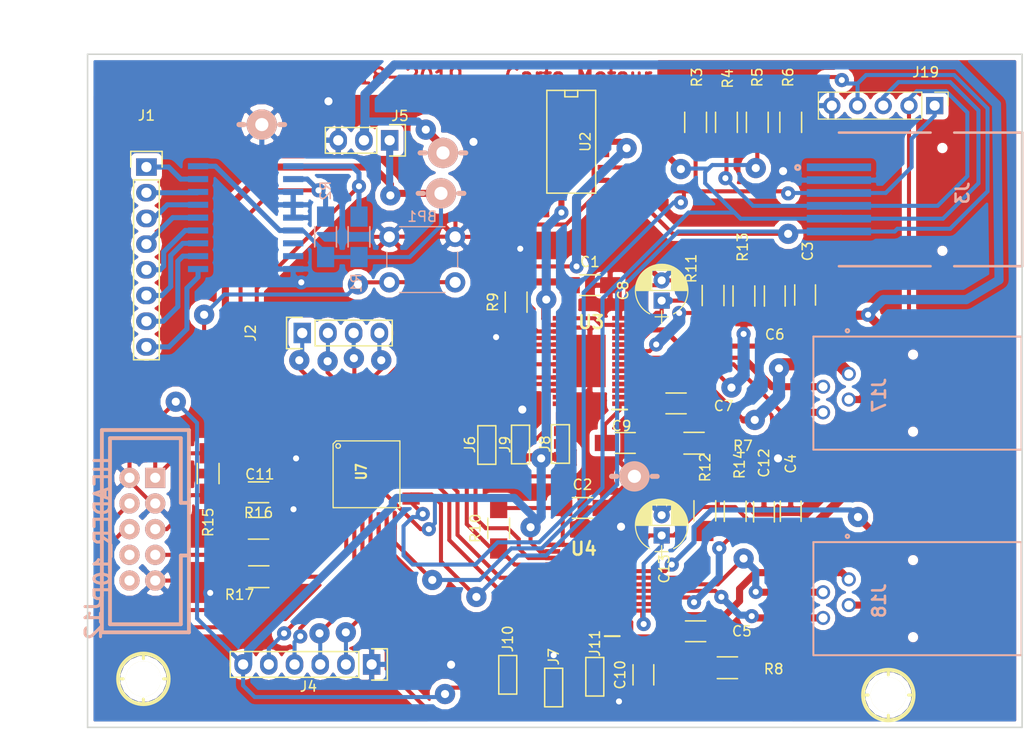
<source format=kicad_pcb>
(kicad_pcb (version 4) (host pcbnew 4.0.7)
  (layers (0 F.Cu signal) (31 B.Cu signal) (34 B.Paste user) (35 F.Paste user) (36 B.SilkS user) (37 F.SilkS user) (38 B.Mask user hide) (39 F.Mask user) (44 Edge.Cuts user))
  (net 0 "")
  (net 1 GND)
  (net 2 "Net-(BP1-Pad2)")
  (net 3 /C8051F38C/P1.3)
  (net 4 /C8051F38C/P1.7)
  (net 5 "/DRV8825/VCC(12V)")
  (net 6 "Net-(C7-Pad1)")
  (net 7 "Net-(C9-Pad1)")
  (net 8 "Net-(C9-Pad2)")
  (net 9 "Net-(C10-Pad1)")
  (net 10 "Net-(C10-Pad2)")
  (net 11 "Net-(J1-Pad1)")
  (net 12 "Net-(J1-Pad2)")
  (net 13 "Net-(J1-Pad3)")
  (net 14 "Net-(J1-Pad4)")
  (net 15 "Net-(J1-Pad5)")
  (net 16 "Net-(J1-Pad6)")
  (net 17 "Net-(J1-Pad7)")
  (net 18 "Net-(J1-Pad8)")
  (net 19 /C8051F38C/P0.2)
  (net 20 /C8051F38C/P0.3)
  (net 21 /C8051F38C/P0.4)
  (net 22 /C8051F38C/P0.5)
  (net 23 /C8051F38C/P2.3)
  (net 24 /C8051F38C/P2.0)
  (net 25 "Net-(J3-Pad1)")
  (net 26 /C8051F38C/P2.1)
  (net 27 /C8051F38C/P2.2)
  (net 28 "Net-(J3-Pad8)")
  (net 29 "Net-(J3-Pad7)")
  (net 30 /C8051F38C/P2.4)
  (net 31 /C8051F38C/P2.5)
  (net 32 /C8051F38C/P2.6)
  (net 33 /C8051F38C/P2.7)
  (net 34 VCC)
  (net 35 "/C8051F38C/VCC(5V)")
  (net 36 "Net-(J6-Pad2)")
  (net 37 "Net-(J7-Pad2)")
  (net 38 "Net-(J8-Pad2)")
  (net 39 "Net-(J9-Pad2)")
  (net 40 "Net-(J10-Pad2)")
  (net 41 "Net-(J11-Pad2)")
  (net 42 "Net-(J12-Pad4)")
  (net 43 "Net-(J12-Pad6)")
  (net 44 "Net-(J12-Pad7)")
  (net 45 "Net-(J12-Pad8)")
  (net 46 "Net-(J12-Pad10)")
  (net 47 /C8051F38C/P0.1)
  (net 48 /C8051F38C/P0.0)
  (net 49 "Net-(R11-Pad1)")
  (net 50 "Net-(R12-Pad1)")
  (net 51 "Net-(R13-Pad1)")
  (net 52 "Net-(R14-Pad1)")
  (net 53 "Net-(U1-Pad8)")
  (net 54 "Net-(U2-Pad1)")
  (net 55 "Net-(U2-Pad2)")
  (net 56 "Net-(U2-Pad3)")
  (net 57 "Net-(U2-Pad4)")
  (net 58 "Net-(U2-Pad5)")
  (net 59 "Net-(U2-Pad6)")
  (net 60 /C8051F38C/P0.7)
  (net 61 /C8051F38C/P0.6)
  (net 62 /DRV8825/DIR_RA)
  (net 63 /DRV8825/DIR_DEC)
  (net 64 /C8051F38C/P1.4)
  (net 65 "Net-(U7-Pad4)")
  (net 66 "Net-(U7-Pad5)")
  (net 67 "Net-(U7-Pad8)")
  (net 68 /DRV8825/NSLEEP_RA)
  (net 69 "Net-(U3-Pad23)")
  (net 70 "Net-(U3-Pad27)")
  (net 71 "Net-(U4-Pad23)")
  (net 72 "Net-(U4-Pad27)")
  (net 73 "Net-(C1-Pad1)")
  (net 74 "Net-(C2-Pad1)")
  (net 75 "Net-(C5-Pad1)")
  (net 76 "Net-(J17-Pad1)")
  (net 77 "Net-(J17-Pad2)")
  (net 78 "Net-(J17-Pad3)")
  (net 79 "Net-(J17-Pad4)")
  (net 80 "Net-(J18-Pad1)")
  (net 81 "Net-(J18-Pad2)")
  (net 82 "Net-(J18-Pad3)")
  (net 83 "Net-(J18-Pad4)")
  (net 84 /C8051F38C/P1.1)
  (net 85 /C8051F38C/P1.5)
  (module SMD_Packages:SOIC-14_N (layer F.Cu) (at 143.8 67.2 270)
    (fp_text reference U2 (at 0 -1.27 270) (layer F.SilkS))
    (fp_text value 4081)
    (pad 1 smd rect (at -3.81 3.302 270) (size 0.508 1.143) (layers F.Cu F.Paste F.Mask) (net 54 "Net-(U2-Pad1)"))
    (pad 2 smd rect (at -2.54 3.302 270) (size 0.508 1.143) (layers F.Cu F.Paste F.Mask) (net 55 "Net-(U2-Pad2)"))
    (pad 3 smd rect (at -1.27 3.302 270) (size 0.508 1.143) (layers F.Cu F.Paste F.Mask) (net 56 "Net-(U2-Pad3)"))
    (pad 4 smd rect (at 0 3.302 270) (size 0.508 1.143) (layers F.Cu F.Paste F.Mask) (net 57 "Net-(U2-Pad4)"))
    (pad 5 smd rect (at 1.27 3.302 270) (size 0.508 1.143) (layers F.Cu F.Paste F.Mask) (net 58 "Net-(U2-Pad5)"))
    (pad 6 smd rect (at 2.54 3.302 270) (size 0.508 1.143) (layers F.Cu F.Paste F.Mask) (net 59 "Net-(U2-Pad6)"))
    (pad 7 smd rect (at 3.81 3.302 270) (size 0.508 1.143) (layers F.Cu F.Paste F.Mask) (net 1 GND))
    (pad 8 smd rect (at 3.81 -3.048 270) (size 0.508 1.143) (layers F.Cu F.Paste F.Mask) (net 24 /C8051F38C/P2.0))
    (pad 9 smd rect (at 2.54 -3.048 270) (size 0.508 1.143) (layers F.Cu F.Paste F.Mask) (net 26 /C8051F38C/P2.1))
    (pad 11 smd rect (at 0 -3.048 270) (size 0.508 1.143) (layers F.Cu F.Paste F.Mask) (net 60 /C8051F38C/P0.7))
    (pad 12 smd rect (at -1.27 -3.048 270) (size 0.508 1.143) (layers F.Cu F.Paste F.Mask) (net 27 /C8051F38C/P2.2))
    (pad 13 smd rect (at -2.54 -3.048 270) (size 0.508 1.143) (layers F.Cu F.Paste F.Mask) (net 23 /C8051F38C/P2.3))
    (pad 14 smd rect (at -3.81 -3.048 270) (size 0.508 1.143) (layers F.Cu F.Paste F.Mask) (net 34 VCC))
    (pad 10 smd rect (at 1.27 -3.048 270) (size 0.508 1.143) (layers F.Cu F.Paste F.Mask) (net 61 /C8051F38C/P0.6))
  )
  (module Carte_Principale:RJ12 (layer B.Cu) (at 180.34 72.898 270)
    (fp_text reference J3 (at -0.631 -1.994 270) (layer B.SilkS) (effects (font (size 1.27 1.27) (thickness 0.254)) (justify mirror)))
    (fp_text value RJ12 hide)
    (pad 1 smd rect (at -3.175 10.225 270) (size 0.76 6.35) (layers B.Cu B.Paste B.Mask) (net 25 "Net-(J3-Pad1)"))
    (pad 2 smd rect (at -1.905 10.225 270) (size 0.76 6.35) (layers B.Cu B.Paste B.Mask) (net 1 GND))
    (pad 3 smd rect (at -0.635 10.225 270) (size 0.76 6.35) (layers B.Cu B.Paste B.Mask) (net 26 /C8051F38C/P2.1))
    (pad 4 smd rect (at 0.635 10.225 270) (size 0.76 6.35) (layers B.Cu B.Paste B.Mask) (net 23 /C8051F38C/P2.3))
    (pad 5 smd rect (at 1.905 10.225 270) (size 0.76 6.35) (layers B.Cu B.Paste B.Mask) (net 27 /C8051F38C/P2.2))
    (pad 6 smd rect (at 3.175 10.225 270) (size 0.76 6.35) (layers B.Cu B.Paste B.Mask) (net 24 /C8051F38C/P2.0))
    (pad 7 np_thru_hole circle (at -5.08 0 270) (size 0 0) (drill 3.25) (layers *.Cu *.Mask) (net 29 "Net-(J3-Pad7)"))
    (pad 8 np_thru_hole circle (at 5.08 0 270) (size 0 0) (drill 3.25) (layers *.Cu *.Mask) (net 28 "Net-(J3-Pad8)"))
  )
  (module Capacitors_SMD:C_1206_HandSoldering (layer F.Cu) (at 145.517 81.3816)
    (fp_text reference C1 (at 0 -2.3) (layer F.SilkS))
    (fp_text value C)
    (pad 1 smd rect (at -2 0) (size 2 1.6) (layers F.Cu F.Paste F.Mask) (net 73 "Net-(C1-Pad1)"))
    (pad 2 smd rect (at 2 0) (size 2 1.6) (layers F.Cu F.Paste F.Mask) (net 1 GND))
  )
  (module Capacitors_SMD:C_1206_HandSoldering (layer F.Cu) (at 144.78 103.403)
    (fp_text reference C2 (at 0 -2.3) (layer F.SilkS))
    (fp_text value C)
    (pad 1 smd rect (at -2 0) (size 2 1.6) (layers F.Cu F.Paste F.Mask) (net 74 "Net-(C2-Pad1)"))
    (pad 2 smd rect (at 2 0) (size 2 1.6) (layers F.Cu F.Paste F.Mask) (net 1 GND))
  )
  (module Capacitors_SMD:C_1206_HandSoldering (layer F.Cu) (at 148.996 96.9772)
    (fp_text reference C9 (at -0.3556 -1.6764) (layer F.SilkS))
    (fp_text value C)
    (pad 1 smd rect (at -2 0) (size 2 1.6) (layers F.Cu F.Paste F.Mask) (net 7 "Net-(C9-Pad1)"))
    (pad 2 smd rect (at 2 0) (size 2 1.6) (layers F.Cu F.Paste F.Mask) (net 8 "Net-(C9-Pad2)"))
  )
  (module Capacitors_SMD:C_1206_HandSoldering (layer F.Cu) (at 150.8 119.9 90)
    (fp_text reference C10 (at 0 -2.3 90) (layer F.SilkS))
    (fp_text value C)
    (pad 1 smd rect (at -2 0 90) (size 2 1.6) (layers F.Cu F.Paste F.Mask) (net 9 "Net-(C10-Pad1)"))
    (pad 2 smd rect (at 2 0 90) (size 2 1.6) (layers F.Cu F.Paste F.Mask) (net 10 "Net-(C10-Pad2)"))
  )
  (module Capacitors_SMD:C_1206_HandSoldering (layer F.Cu) (at 112.776 101.854)
    (fp_text reference C11 (at 0.127 -1.778) (layer F.SilkS))
    (fp_text value 1uF)
    (pad 1 smd rect (at -2 0) (size 2 1.6) (layers F.Cu F.Paste F.Mask) (net 2 "Net-(BP1-Pad2)"))
    (pad 2 smd rect (at 2 0) (size 2 1.6) (layers F.Cu F.Paste F.Mask) (net 1 GND))
  )
  (module Pin_Headers:Pin_Header_Straight_1x08 (layer F.Cu) (at 101.7 69.7)
    (fp_text reference J1 (at 0 -5.1) (layer F.SilkS))
    (fp_text value Conn_01x08)
    (pad 1 thru_hole rect (at 0 0) (size 2.032 1.7272) (drill 1.016) (layers *.Cu *.Mask) (net 11 "Net-(J1-Pad1)"))
    (pad 2 thru_hole oval (at 0 2.54) (size 2.032 1.7272) (drill 1.016) (layers *.Cu *.Mask) (net 12 "Net-(J1-Pad2)"))
    (pad 3 thru_hole oval (at 0 5.08) (size 2.032 1.7272) (drill 1.016) (layers *.Cu *.Mask) (net 13 "Net-(J1-Pad3)"))
    (pad 4 thru_hole oval (at 0 7.62) (size 2.032 1.7272) (drill 1.016) (layers *.Cu *.Mask) (net 14 "Net-(J1-Pad4)"))
    (pad 5 thru_hole oval (at 0 10.16) (size 2.032 1.7272) (drill 1.016) (layers *.Cu *.Mask) (net 15 "Net-(J1-Pad5)"))
    (pad 6 thru_hole oval (at 0 12.7) (size 2.032 1.7272) (drill 1.016) (layers *.Cu *.Mask) (net 16 "Net-(J1-Pad6)"))
    (pad 7 thru_hole oval (at 0 15.24) (size 2.032 1.7272) (drill 1.016) (layers *.Cu *.Mask) (net 17 "Net-(J1-Pad7)"))
    (pad 8 thru_hole oval (at 0 17.78) (size 2.032 1.7272) (drill 1.016) (layers *.Cu *.Mask) (net 18 "Net-(J1-Pad8)"))
  )
  (module Pin_Headers:Pin_Header_Straight_1x04 (layer F.Cu) (at 117.094 86.106 90)
    (fp_text reference J2 (at 0 -5.1 90) (layer F.SilkS))
    (fp_text value Conn_01x04)
    (pad 1 thru_hole rect (at 0 0 90) (size 2.032 1.7272) (drill 1.016) (layers *.Cu *.Mask) (net 19 /C8051F38C/P0.2))
    (pad 2 thru_hole oval (at 0 2.54 90) (size 2.032 1.7272) (drill 1.016) (layers *.Cu *.Mask) (net 20 /C8051F38C/P0.3))
    (pad 3 thru_hole oval (at 0 5.08 90) (size 2.032 1.7272) (drill 1.016) (layers *.Cu *.Mask) (net 21 /C8051F38C/P0.4))
    (pad 4 thru_hole oval (at 0 7.62 90) (size 2.032 1.7272) (drill 1.016) (layers *.Cu *.Mask) (net 22 /C8051F38C/P0.5))
  )
  (module Pin_Headers:Pin_Header_Straight_1x06 (layer F.Cu) (at 123.952 118.872 270)
    (fp_text reference J4 (at 2.1844 6.2484 360) (layer F.SilkS))
    (fp_text value Conn_01x06)
    (pad 1 thru_hole rect (at 0 0 270) (size 2.032 1.7272) (drill 1.016) (layers *.Cu *.Mask) (net 1 GND))
    (pad 2 thru_hole oval (at 0 2.54 270) (size 2.032 1.7272) (drill 1.016) (layers *.Cu *.Mask) (net 30 /C8051F38C/P2.4))
    (pad 3 thru_hole oval (at 0 5.08 270) (size 2.032 1.7272) (drill 1.016) (layers *.Cu *.Mask) (net 31 /C8051F38C/P2.5))
    (pad 4 thru_hole oval (at 0 7.62 270) (size 2.032 1.7272) (drill 1.016) (layers *.Cu *.Mask) (net 32 /C8051F38C/P2.6))
    (pad 5 thru_hole oval (at 0 10.16 270) (size 2.032 1.7272) (drill 1.016) (layers *.Cu *.Mask) (net 33 /C8051F38C/P2.7))
    (pad 6 thru_hole oval (at 0 12.7 270) (size 2.032 1.7272) (drill 1.016) (layers *.Cu *.Mask) (net 34 VCC))
  )
  (module Pin_Headers:Pin_Header_Straight_1x03 (layer F.Cu) (at 125.73 67.056 270)
    (fp_text reference J5 (at -2.413 -1.016 360) (layer F.SilkS))
    (fp_text value Conn_01x03)
    (pad 1 thru_hole rect (at 0 0 270) (size 2.032 1.7272) (drill 1.016) (layers *.Cu *.Mask) (net 35 "/C8051F38C/VCC(5V)"))
    (pad 2 thru_hole oval (at 0 2.54 270) (size 2.032 1.7272) (drill 1.016) (layers *.Cu *.Mask) (net 5 "/DRV8825/VCC(12V)"))
    (pad 3 thru_hole oval (at 0 5.08 270) (size 2.032 1.7272) (drill 1.016) (layers *.Cu *.Mask) (net 1 GND))
  )
  (module Connectors:GS3 (layer F.Cu) (at 135.331 97.1804 180)
    (fp_text reference J6 (at 1.6764 0.0508 270) (layer F.SilkS))
    (fp_text value GS3)
    (pad 1 smd rect (at 0 -1.27 180) (size 1.27 0.9652) (layers F.Cu F.Paste F.Mask) (net 34 VCC))
    (pad 2 smd rect (at 0 0 180) (size 1.27 0.9652) (layers F.Cu F.Paste F.Mask) (net 36 "Net-(J6-Pad2)"))
    (pad 3 smd rect (at 0 1.27 180) (size 1.27 0.9652) (layers F.Cu F.Paste F.Mask) (net 1 GND))
  )
  (module Connectors:GS3 (layer F.Cu) (at 141.935 121.158 180)
    (fp_text reference J7 (at 0 3.048 270) (layer F.SilkS))
    (fp_text value GS3)
    (pad 1 smd rect (at 0 -1.27 180) (size 1.27 0.9652) (layers F.Cu F.Paste F.Mask) (net 34 VCC))
    (pad 2 smd rect (at 0 0 180) (size 1.27 0.9652) (layers F.Cu F.Paste F.Mask) (net 37 "Net-(J7-Pad2)"))
    (pad 3 smd rect (at 0 1.27 180) (size 1.27 0.9652) (layers F.Cu F.Paste F.Mask) (net 1 GND))
  )
  (module Connectors:GS3 (layer F.Cu) (at 142.596 97.0788 180)
    (fp_text reference J8 (at 1.524 0 270) (layer F.SilkS))
    (fp_text value GS3)
    (pad 1 smd rect (at 0 -1.27 180) (size 1.27 0.9652) (layers F.Cu F.Paste F.Mask) (net 34 VCC))
    (pad 2 smd rect (at 0 0 180) (size 1.27 0.9652) (layers F.Cu F.Paste F.Mask) (net 38 "Net-(J8-Pad2)"))
    (pad 3 smd rect (at 0 1.27 180) (size 1.27 0.9652) (layers F.Cu F.Paste F.Mask) (net 1 GND))
  )
  (module Connectors:GS3 (layer F.Cu) (at 138.659 97.1296 180)
    (fp_text reference J9 (at 1.524 0 270) (layer F.SilkS))
    (fp_text value GS3)
    (pad 1 smd rect (at 0 -1.27 180) (size 1.27 0.9652) (layers F.Cu F.Paste F.Mask) (net 34 VCC))
    (pad 2 smd rect (at 0 0 180) (size 1.27 0.9652) (layers F.Cu F.Paste F.Mask) (net 39 "Net-(J9-Pad2)"))
    (pad 3 smd rect (at 0 1.27 180) (size 1.27 0.9652) (layers F.Cu F.Paste F.Mask) (net 1 GND))
  )
  (module Connectors:GS3 (layer F.Cu) (at 137.4 119.9 180)
    (fp_text reference J10 (at 0 3.556 270) (layer F.SilkS))
    (fp_text value GS3)
    (pad 1 smd rect (at 0 -1.27 180) (size 1.27 0.9652) (layers F.Cu F.Paste F.Mask) (net 34 VCC))
    (pad 2 smd rect (at 0 0 180) (size 1.27 0.9652) (layers F.Cu F.Paste F.Mask) (net 40 "Net-(J10-Pad2)"))
    (pad 3 smd rect (at 0 1.27 180) (size 1.27 0.9652) (layers F.Cu F.Paste F.Mask) (net 1 GND))
  )
  (module Connectors:GS3 (layer F.Cu) (at 145.999 120.091 180)
    (fp_text reference J11 (at 0 3.302 270) (layer F.SilkS))
    (fp_text value GS3)
    (pad 1 smd rect (at 0 -1.27 180) (size 1.27 0.9652) (layers F.Cu F.Paste F.Mask) (net 34 VCC))
    (pad 2 smd rect (at 0 0 180) (size 1.27 0.9652) (layers F.Cu F.Paste F.Mask) (net 41 "Net-(J11-Pad2)"))
    (pad 3 smd rect (at 0 1.27 180) (size 1.27 0.9652) (layers F.Cu F.Paste F.Mask) (net 1 GND))
  )
  (module Carte_Principale:JTAG (layer B.Cu) (at 101.3 105.5 270)
    (fp_text reference J12 (at 8.89 4.826 270) (layer B.SilkS) (effects (font (thickness 0.3048)) (justify mirror)))
    (fp_text value HEADER_10P (at 0 3.937 270) (layer B.SilkS) (effects (font (thickness 0.3048)) (justify mirror)))
    (pad 1 thru_hole rect (at -5.08 -1.27 270) (size 1.99898 1.99898) (drill 1.00076) (layers *.Cu *.Mask B.SilkS) (net 34 VCC))
    (pad 2 thru_hole circle (at -5.08 1.27 270) (size 1.99898 1.99898) (drill 1.00076) (layers *.Cu *.Mask B.SilkS) (net 1 GND))
    (pad 3 thru_hole circle (at -2.54 -1.27 270) (size 1.99898 1.99898) (drill 1.00076) (layers *.Cu *.Mask B.SilkS) (net 1 GND))
    (pad 4 thru_hole circle (at -2.54 1.27 270) (size 1.99898 1.99898) (drill 1.00076) (layers *.Cu *.Mask B.SilkS) (net 42 "Net-(J12-Pad4)"))
    (pad 5 thru_hole circle (at 0 -1.27 270) (size 1.99898 1.99898) (drill 1.00076) (layers *.Cu *.Mask B.SilkS) (net 2 "Net-(BP1-Pad2)"))
    (pad 6 thru_hole circle (at 0 1.27 270) (size 1.99898 1.99898) (drill 1.00076) (layers *.Cu *.Mask B.SilkS) (net 43 "Net-(J12-Pad6)"))
    (pad 7 thru_hole circle (at 2.54 -1.27 270) (size 1.99898 1.99898) (drill 1.00076) (layers *.Cu *.Mask B.SilkS) (net 44 "Net-(J12-Pad7)"))
    (pad 8 thru_hole circle (at 2.54 1.27 270) (size 1.99898 1.99898) (drill 1.00076) (layers *.Cu *.Mask B.SilkS) (net 45 "Net-(J12-Pad8)"))
    (pad 9 thru_hole circle (at 5.08 -1.27 270) (size 1.99898 1.99898) (drill 1.00076) (layers *.Cu *.Mask B.SilkS) (net 1 GND))
    (pad 10 thru_hole circle (at 5.08 1.27 270) (size 1.99898 1.99898) (drill 1.00076) (layers *.Cu *.Mask B.SilkS) (net 46 "Net-(J12-Pad10)"))
  )
  (module Resistors_SMD:R_1206_HandSoldering (layer B.Cu) (at 122.7 76.6 90)
    (fp_text reference R1 (at -4.572 -0.254 90) (layer B.SilkS) (effects (justify mirror)))
    (fp_text value R)
    (pad 1 smd rect (at -2 0 90) (size 2 1.7) (layers B.Cu B.Paste B.Mask) (net 35 "/C8051F38C/VCC(5V)"))
    (pad 2 smd rect (at 2 0 90) (size 2 1.7) (layers B.Cu B.Paste B.Mask) (net 47 /C8051F38C/P0.1))
  )
  (module Resistors_SMD:R_1206_HandSoldering (layer B.Cu) (at 119.4 76.6 90)
    (fp_text reference R2 (at 4.572 0 90) (layer B.SilkS) (effects (justify mirror)))
    (fp_text value R)
    (pad 1 smd rect (at -2 0 90) (size 2 1.7) (layers B.Cu B.Paste B.Mask) (net 35 "/C8051F38C/VCC(5V)"))
    (pad 2 smd rect (at 2 0 90) (size 2 1.7) (layers B.Cu B.Paste B.Mask) (net 48 /C8051F38C/P0.0))
  )
  (module Resistors_SMD:R_1206_HandSoldering (layer F.Cu) (at 155.956 65.278 270)
    (fp_text reference R3 (at -4.445 -0.127 270) (layer F.SilkS))
    (fp_text value R)
    (pad 1 smd rect (at -2 0 270) (size 2 1.7) (layers F.Cu F.Paste F.Mask) (net 34 VCC))
    (pad 2 smd rect (at 2 0 270) (size 2 1.7) (layers F.Cu F.Paste F.Mask) (net 26 /C8051F38C/P2.1))
  )
  (module Resistors_SMD:R_1206_HandSoldering (layer F.Cu) (at 159.004 65.278 270)
    (fp_text reference R4 (at -4.318 -0.127 270) (layer F.SilkS))
    (fp_text value R)
    (pad 1 smd rect (at -2 0 270) (size 2 1.7) (layers F.Cu F.Paste F.Mask) (net 34 VCC))
    (pad 2 smd rect (at 2 0 270) (size 2 1.7) (layers F.Cu F.Paste F.Mask) (net 23 /C8051F38C/P2.3))
  )
  (module Resistors_SMD:R_1206_HandSoldering (layer F.Cu) (at 162.052 65.278 270)
    (fp_text reference R5 (at -4.445 0 270) (layer F.SilkS))
    (fp_text value R)
    (pad 1 smd rect (at -2 0 270) (size 2 1.7) (layers F.Cu F.Paste F.Mask) (net 34 VCC))
    (pad 2 smd rect (at 2 0 270) (size 2 1.7) (layers F.Cu F.Paste F.Mask) (net 27 /C8051F38C/P2.2))
  )
  (module Resistors_SMD:R_1206_HandSoldering (layer F.Cu) (at 165.354 65.278 270)
    (fp_text reference R6 (at -4.445 0.254 270) (layer F.SilkS))
    (fp_text value R)
    (pad 1 smd rect (at -2 0 270) (size 2 1.7) (layers F.Cu F.Paste F.Mask) (net 34 VCC))
    (pad 2 smd rect (at 2 0 270) (size 2 1.7) (layers F.Cu F.Paste F.Mask) (net 24 /C8051F38C/P2.0))
  )
  (module Resistors_SMD:R_1206_HandSoldering (layer F.Cu) (at 138.227 83.058 90)
    (fp_text reference R9 (at 0 -2.3 90) (layer F.SilkS))
    (fp_text value 10k)
    (pad 1 smd rect (at -2 0 90) (size 2 1.7) (layers F.Cu F.Paste F.Mask) (net 84 /C8051F38C/P1.1))
    (pad 2 smd rect (at 2 0 90) (size 2 1.7) (layers F.Cu F.Paste F.Mask) (net 73 "Net-(C1-Pad1)"))
  )
  (module Resistors_SMD:R_1206_HandSoldering (layer F.Cu) (at 136.5 105.41 90)
    (fp_text reference R10 (at 0 -2.3 90) (layer F.SilkS))
    (fp_text value 10k)
    (pad 1 smd rect (at -2 0 90) (size 2 1.7) (layers F.Cu F.Paste F.Mask) (net 85 /C8051F38C/P1.5))
    (pad 2 smd rect (at 2 0 90) (size 2 1.7) (layers F.Cu F.Paste F.Mask) (net 74 "Net-(C2-Pad1)"))
  )
  (module Resistors_SMD:R_1206_HandSoldering (layer F.Cu) (at 107.8 100 270)
    (fp_text reference R15 (at 4.826 0 270) (layer F.SilkS))
    (fp_text value 1K)
    (pad 1 smd rect (at -2 0 270) (size 2 1.7) (layers F.Cu F.Paste F.Mask) (net 34 VCC))
    (pad 2 smd rect (at 2 0 270) (size 2 1.7) (layers F.Cu F.Paste F.Mask) (net 2 "Net-(BP1-Pad2)"))
  )
  (module Resistors_SMD:R_1206_HandSoldering (layer F.Cu) (at 112.776 105.41 180)
    (fp_text reference R16 (at 0 1.524 180) (layer F.SilkS))
    (fp_text value 1K)
    (pad 1 smd rect (at -2 0 180) (size 2 1.7) (layers F.Cu F.Paste F.Mask) (net 44 "Net-(J12-Pad7)"))
    (pad 2 smd rect (at 2 0 180) (size 2 1.7) (layers F.Cu F.Paste F.Mask) (net 2 "Net-(BP1-Pad2)"))
  )
  (module Resistors_SMD:R_1206_HandSoldering (layer F.Cu) (at 112.8 110.2 180)
    (fp_text reference R17 (at 1.905 -1.778 180) (layer F.SilkS))
    (fp_text value 1K)
    (pad 1 smd rect (at -2 0 180) (size 2 1.7) (layers F.Cu F.Paste F.Mask) (net 42 "Net-(J12-Pad4)"))
    (pad 2 smd rect (at 2 0 180) (size 2 1.7) (layers F.Cu F.Paste F.Mask) (net 43 "Net-(J12-Pad6)"))
  )
  (module Carte_Principale:C8051F38C (layer F.Cu) (at 123.444 100.076)
    (fp_text reference U7 (at -0.508 -0.254 270) (layer F.SilkS) (effects (font (size 1.016 0.8001) (thickness 0.20066))))
    (fp_text value C8051F38C hide)
    (pad 1 smd rect (at -4.39928 -2.80162) (size 1.7018 0.39878) (layers F.Cu F.Paste F.Mask) (net 47 /C8051F38C/P0.1))
    (pad 2 smd rect (at -4.39928 -2.00152) (size 1.7018 0.39878) (layers F.Cu F.Paste F.Mask) (net 48 /C8051F38C/P0.0))
    (pad 3 smd rect (at -4.39928 -1.20142) (size 1.7018 0.39878) (layers F.Cu F.Paste F.Mask) (net 1 GND))
    (pad 4 smd rect (at -4.39928 -0.40132) (size 1.7018 0.39878) (layers F.Cu F.Paste F.Mask) (net 65 "Net-(U7-Pad4)"))
    (pad 5 smd rect (at -4.39928 0.39878) (size 1.7018 0.39878) (layers F.Cu F.Paste F.Mask) (net 66 "Net-(U7-Pad5)"))
    (pad 6 smd rect (at -4.39928 1.19888) (size 1.7018 0.39878) (layers F.Cu F.Paste F.Mask) (net 34 VCC))
    (pad 7 smd rect (at -4.39928 1.99898) (size 1.7018 0.39878) (layers F.Cu F.Paste F.Mask) (net 35 "/C8051F38C/VCC(5V)"))
    (pad 8 smd rect (at -4.39928 2.79908) (size 1.7018 0.39878) (layers F.Cu F.Paste F.Mask) (net 67 "Net-(U7-Pad8)"))
    (pad 9 smd rect (at -2.80416 4.59994 90) (size 1.7018 0.39878) (layers F.Cu F.Paste F.Mask) (net 44 "Net-(J12-Pad7)"))
    (pad 10 smd rect (at -2.00406 4.59994 90) (size 1.7018 0.39878) (layers F.Cu F.Paste F.Mask) (net 42 "Net-(J12-Pad4)"))
    (pad 11 smd rect (at -1.20396 4.59994 90) (size 1.7018 0.39878) (layers F.Cu F.Paste F.Mask) (net 33 /C8051F38C/P2.7))
    (pad 12 smd rect (at -0.40386 4.59994 90) (size 1.7018 0.39878) (layers F.Cu F.Paste F.Mask) (net 32 /C8051F38C/P2.6))
    (pad 13 smd rect (at 0.39624 4.59994 90) (size 1.7018 0.39878) (layers F.Cu F.Paste F.Mask) (net 31 /C8051F38C/P2.5))
    (pad 14 smd rect (at 1.19634 4.59994 90) (size 1.7018 0.39878) (layers F.Cu F.Paste F.Mask) (net 30 /C8051F38C/P2.4))
    (pad 15 smd rect (at 1.9939 4.59994 90) (size 1.7018 0.39878) (layers F.Cu F.Paste F.Mask) (net 23 /C8051F38C/P2.3))
    (pad 16 smd rect (at 2.794 4.59994 90) (size 1.7018 0.39878) (layers F.Cu F.Paste F.Mask) (net 27 /C8051F38C/P2.2))
    (pad 17 smd rect (at 4.39928 2.79908) (size 1.7018 0.39878) (layers F.Cu F.Paste F.Mask) (net 26 /C8051F38C/P2.1))
    (pad 18 smd rect (at 4.39928 1.99898) (size 1.7018 0.39878) (layers F.Cu F.Paste F.Mask) (net 24 /C8051F38C/P2.0))
    (pad 19 smd rect (at 4.39928 1.19888) (size 1.7018 0.39878) (layers F.Cu F.Paste F.Mask) (net 4 /C8051F38C/P1.7))
    (pad 20 smd rect (at 4.39928 0.39878) (size 1.7018 0.39878) (layers F.Cu F.Paste F.Mask) (net 63 /DRV8825/DIR_DEC))
    (pad 21 smd rect (at 4.39928 -0.40132) (size 1.7018 0.39878) (layers F.Cu F.Paste F.Mask) (net 85 /C8051F38C/P1.5))
    (pad 22 smd rect (at 4.39928 -1.20142) (size 1.7018 0.39878) (layers F.Cu F.Paste F.Mask) (net 64 /C8051F38C/P1.4))
    (pad 23 smd rect (at 4.39928 -2.00152) (size 1.7018 0.39878) (layers F.Cu F.Paste F.Mask) (net 3 /C8051F38C/P1.3))
    (pad 24 smd rect (at 4.39928 -2.80162) (size 1.7018 0.39878) (layers F.Cu F.Paste F.Mask) (net 62 /DRV8825/DIR_RA))
    (pad 25 smd rect (at 2.79654 -4.50596 90) (size 1.7018 0.39878) (layers F.Cu F.Paste F.Mask) (net 84 /C8051F38C/P1.1))
    (pad 26 smd rect (at 1.99644 -4.50596 90) (size 1.7018 0.39878) (layers F.Cu F.Paste F.Mask) (net 68 /DRV8825/NSLEEP_RA))
    (pad 27 smd rect (at 1.19634 -4.50596 90) (size 1.7018 0.39878) (layers F.Cu F.Paste F.Mask) (net 60 /C8051F38C/P0.7))
    (pad 28 smd rect (at 0.39878 -4.50596 90) (size 1.7018 0.39878) (layers F.Cu F.Paste F.Mask) (net 61 /C8051F38C/P0.6))
    (pad 29 smd rect (at -0.40132 -4.50596 90) (size 1.7018 0.39878) (layers F.Cu F.Paste F.Mask) (net 22 /C8051F38C/P0.5))
    (pad 30 smd rect (at -1.20142 -4.50596 90) (size 1.7018 0.39878) (layers F.Cu F.Paste F.Mask) (net 21 /C8051F38C/P0.4))
    (pad 31 smd rect (at -2.00152 -4.50596 90) (size 1.7018 0.39878) (layers F.Cu F.Paste F.Mask) (net 20 /C8051F38C/P0.3))
    (pad 32 smd rect (at -2.80162 -4.50596 90) (size 1.7018 0.39878) (layers F.Cu F.Paste F.Mask) (net 19 /C8051F38C/P0.2))
  )
  (module Buttons_Switches_THT:SW_PUSH_6mm (layer B.Cu) (at 132.2 76.6 180)
    (fp_text reference BP1 (at 3.25 2 180) (layer B.SilkS) (effects (justify mirror)))
    (fp_text value POUSSOIR_ON)
    (pad 2 thru_hole circle (at 0 -4.5 90) (size 2 2) (drill 1.1) (layers *.Cu *.Mask) (net 2 "Net-(BP1-Pad2)"))
    (pad 1 thru_hole circle (at 0 0 90) (size 2 2) (drill 1.1) (layers *.Cu *.Mask) (net 1 GND))
    (pad 2 thru_hole circle (at 6.5 -4.5 90) (size 2 2) (drill 1.1) (layers *.Cu *.Mask) (net 2 "Net-(BP1-Pad2)"))
    (pad 1 thru_hole circle (at 6.5 0 90) (size 2 2) (drill 1.1) (layers *.Cu *.Mask) (net 1 GND))
  )
  (module base_V2:TSC_CON1_poignard (layer B.Cu) (at 113.1 65.5)
    (fp_text reference J13 hide)
    (fp_text value COSSE hide)
    (pad 1 thru_hole circle (at 0 0) (size 2.99974 2.99974) (drill 1.30048) (layers *.Cu *.Mask B.SilkS) (net 1 GND))
  )
  (module base_V2:TSC_CON1_poignard (layer B.Cu) (at 131 68.3)
    (fp_text reference J14 hide)
    (fp_text value COSSE hide)
    (pad 1 thru_hole circle (at 0 0) (size 2.99974 2.99974) (drill 1.30048) (layers *.Cu *.Mask B.SilkS) (net 5 "/DRV8825/VCC(12V)"))
  )
  (module base_V2:TSC_CON1_poignard (layer B.Cu) (at 130.8 72.3 180)
    (fp_text reference J15 hide)
    (fp_text value COSSE hide)
    (pad 1 thru_hole circle (at 0 0 180) (size 2.99974 2.99974) (drill 1.30048) (layers *.Cu *.Mask B.SilkS) (net 35 "/C8051F38C/VCC(5V)"))
  )
  (module base_V2:TSC_CON1_poignard (layer B.Cu) (at 149.911 100.279)
    (fp_text reference J16 hide)
    (fp_text value COSSE hide)
    (pad 1 thru_hole circle (at 0 0) (size 2.99974 2.99974) (drill 1.30048) (layers *.Mask F.Cu B.SilkS) (net 1 GND))
  )
  (module Capacitors_SMD:C_1206_HandSoldering (layer F.Cu) (at 166.776 82.3468 90)
    (fp_text reference C3 (at 4.318 0.254 90) (layer F.SilkS))
    (fp_text value 0.1uF)
    (pad 1 smd rect (at -2 0 90) (size 2 1.6) (layers F.Cu F.Paste F.Mask) (net 5 "/DRV8825/VCC(12V)"))
    (pad 2 smd rect (at 2 0 90) (size 2 1.6) (layers F.Cu F.Paste F.Mask) (net 1 GND))
  )
  (module Capacitors_SMD:C_1206_HandSoldering (layer F.Cu) (at 165.354 103.734 90)
    (fp_text reference C4 (at 4.699 0 90) (layer F.SilkS))
    (fp_text value 0.1uF)
    (pad 1 smd rect (at -2 0 90) (size 2 1.6) (layers F.Cu F.Paste F.Mask) (net 5 "/DRV8825/VCC(12V)"))
    (pad 2 smd rect (at 2 0 90) (size 2 1.6) (layers F.Cu F.Paste F.Mask) (net 1 GND))
  )
  (module Capacitors_SMD:C_1206_HandSoldering (layer F.Cu) (at 155.956 115.595 180)
    (fp_text reference C5 (at -4.572 0 180) (layer F.SilkS))
    (fp_text value 0.1uF)
    (pad 1 smd rect (at -2 0 180) (size 2 1.6) (layers F.Cu F.Paste F.Mask) (net 75 "Net-(C5-Pad1)"))
    (pad 2 smd rect (at 2 0 180) (size 2 1.6) (layers F.Cu F.Paste F.Mask) (net 5 "/DRV8825/VCC(12V)"))
  )
  (module Capacitors_SMD:C_1206_HandSoldering (layer F.Cu) (at 163.779 82.4484 90)
    (fp_text reference C6 (at -3.81 0 180) (layer F.SilkS))
    (fp_text value 0.1uF)
    (pad 1 smd rect (at -2 0 90) (size 2 1.6) (layers F.Cu F.Paste F.Mask) (net 5 "/DRV8825/VCC(12V)"))
    (pad 2 smd rect (at 2 0 90) (size 2 1.6) (layers F.Cu F.Paste F.Mask) (net 1 GND))
  )
  (module Capacitors_SMD:C_1206_HandSoldering (layer F.Cu) (at 154.026 93.0656)
    (fp_text reference C7 (at 4.699 0.254 180) (layer F.SilkS))
    (fp_text value 0.1uF)
    (pad 1 smd rect (at -2 0) (size 2 1.6) (layers F.Cu F.Paste F.Mask) (net 6 "Net-(C7-Pad1)"))
    (pad 2 smd rect (at 2 0) (size 2 1.6) (layers F.Cu F.Paste F.Mask) (net 5 "/DRV8825/VCC(12V)"))
  )
  (module Capacitors_SMD:C_1206_HandSoldering (layer F.Cu) (at 162.712 103.784 90)
    (fp_text reference C12 (at 4.826 0 90) (layer F.SilkS))
    (fp_text value 0.1uF)
    (pad 1 smd rect (at -2 0 90) (size 2 1.6) (layers F.Cu F.Paste F.Mask) (net 5 "/DRV8825/VCC(12V)"))
    (pad 2 smd rect (at 2 0 90) (size 2 1.6) (layers F.Cu F.Paste F.Mask) (net 1 GND))
  )
  (module Resistors_SMD:R_1206_HandSoldering (layer F.Cu) (at 155.804 97.0026)
    (fp_text reference R7 (at 4.826 0.254) (layer F.SilkS))
    (fp_text value 1M)
    (pad 1 smd rect (at -2 0) (size 2 1.7) (layers F.Cu F.Paste F.Mask) (net 6 "Net-(C7-Pad1)"))
    (pad 2 smd rect (at 2 0) (size 2 1.7) (layers F.Cu F.Paste F.Mask) (net 5 "/DRV8825/VCC(12V)"))
  )
  (module Resistors_SMD:R_1206_HandSoldering (layer F.Cu) (at 159.1 119.2 180)
    (fp_text reference R8 (at -4.572 -0.127 180) (layer F.SilkS))
    (fp_text value 1M)
    (pad 1 smd rect (at -2 0 180) (size 2 1.7) (layers F.Cu F.Paste F.Mask) (net 75 "Net-(C5-Pad1)"))
    (pad 2 smd rect (at 2 0 180) (size 2 1.7) (layers F.Cu F.Paste F.Mask) (net 5 "/DRV8825/VCC(12V)"))
  )
  (module Resistors_SMD:R_1206_HandSoldering (layer F.Cu) (at 157.683 82.3976 90)
    (fp_text reference R11 (at 2.667 -2.159 90) (layer F.SilkS))
    (fp_text value 2.2)
    (pad 1 smd rect (at -2 0 90) (size 2 1.7) (layers F.Cu F.Paste F.Mask) (net 49 "Net-(R11-Pad1)"))
    (pad 2 smd rect (at 2 0 90) (size 2 1.7) (layers F.Cu F.Paste F.Mask) (net 1 GND))
  )
  (module Resistors_SMD:R_1206_HandSoldering (layer F.Cu) (at 156.87 103.683 90)
    (fp_text reference R12 (at 4.283 0.03 90) (layer F.SilkS))
    (fp_text value 2.2)
    (pad 1 smd rect (at -2 0 90) (size 2 1.7) (layers F.Cu F.Paste F.Mask) (net 50 "Net-(R12-Pad1)"))
    (pad 2 smd rect (at 2 0 90) (size 2 1.7) (layers F.Cu F.Paste F.Mask) (net 1 GND))
  )
  (module Resistors_SMD:R_1206_HandSoldering (layer F.Cu) (at 160.731 82.4484 90)
    (fp_text reference R13 (at 4.826 -0.127 90) (layer F.SilkS))
    (fp_text value 2.2)
    (pad 1 smd rect (at -2 0 90) (size 2 1.7) (layers F.Cu F.Paste F.Mask) (net 51 "Net-(R13-Pad1)"))
    (pad 2 smd rect (at 2 0 90) (size 2 1.7) (layers F.Cu F.Paste F.Mask) (net 1 GND))
  )
  (module Resistors_SMD:R_1206_HandSoldering (layer F.Cu) (at 159.868 103.734 90)
    (fp_text reference R14 (at 4.634 0.432 90) (layer F.SilkS))
    (fp_text value 2.2)
    (pad 1 smd rect (at -2 0 90) (size 2 1.7) (layers F.Cu F.Paste F.Mask) (net 52 "Net-(R14-Pad1)"))
    (pad 2 smd rect (at 2 0 90) (size 2 1.7) (layers F.Cu F.Paste F.Mask) (net 1 GND))
  )
  (module Carte_Principale:CP_Radial_D5.0mm_P2.00mm (layer F.Cu) (at 152.603 106.121 90)
    (fp_text reference C13 (at -3.302 0.254 90) (layer F.SilkS))
    (fp_text value 100uF)
    (pad 2 thru_hole rect (at 0 0 90) (size 1.6 1.6) (drill 0.8) (layers *.Cu *.Mask) (net 5 "/DRV8825/VCC(12V)"))
    (pad 1 thru_hole circle (at 2 0 90) (size 1.6 1.6) (drill 0.8) (layers *.Cu *.Mask) (net 1 GND))
  )
  (module Carte_Principale:CP_Radial_D5.0mm_P2.00mm (layer F.Cu) (at 152.603 82.9056 90)
    (fp_text reference C8 (at 1 -3.81 90) (layer F.SilkS))
    (fp_text value 100uF)
    (pad 2 thru_hole rect (at 0 0 90) (size 1.6 1.6) (drill 0.8) (layers *.Cu *.Mask) (net 5 "/DRV8825/VCC(12V)"))
    (pad 1 thru_hole circle (at 2 0 90) (size 1.6 1.6) (drill 0.8) (layers *.Cu *.Mask) (net 1 GND))
  )
  (module Carte_Principale:DRV8825 (layer F.Cu) (at 145.517 88.8746 180)
    (fp_text reference U3 (at -0.127 3.8354 180) (layer F.SilkS) (effects (font (size 1.27 1.27) (thickness 0.254))))
    (fp_text value DRV8825 hide)
    (pad 1 smd rect (at -2.938 -4.225 270) (size 0.45 1.475) (layers F.Cu F.Paste F.Mask) (net 7 "Net-(C9-Pad1)"))
    (pad 2 smd rect (at -2.938 -3.575 270) (size 0.45 1.475) (layers F.Cu F.Paste F.Mask) (net 8 "Net-(C9-Pad2)"))
    (pad 3 smd rect (at -2.938 -2.925 270) (size 0.45 1.475) (layers F.Cu F.Paste F.Mask) (net 6 "Net-(C7-Pad1)"))
    (pad 4 smd rect (at -2.938 -2.275 270) (size 0.45 1.475) (layers F.Cu F.Paste F.Mask) (net 5 "/DRV8825/VCC(12V)"))
    (pad 5 smd rect (at -2.938 -1.625 270) (size 0.45 1.475) (layers F.Cu F.Paste F.Mask) (net 76 "Net-(J17-Pad1)"))
    (pad 6 smd rect (at -2.938 -0.975 270) (size 0.45 1.475) (layers F.Cu F.Paste F.Mask) (net 51 "Net-(R13-Pad1)"))
    (pad 7 smd rect (at -2.938 -0.325 270) (size 0.45 1.475) (layers F.Cu F.Paste F.Mask) (net 79 "Net-(J17-Pad4)"))
    (pad 8 smd rect (at -2.938 0.325 270) (size 0.45 1.475) (layers F.Cu F.Paste F.Mask) (net 77 "Net-(J17-Pad2)"))
    (pad 9 smd rect (at -2.938 0.975 270) (size 0.45 1.475) (layers F.Cu F.Paste F.Mask) (net 49 "Net-(R11-Pad1)"))
    (pad 10 smd rect (at -2.938 1.625 270) (size 0.45 1.475) (layers F.Cu F.Paste F.Mask) (net 78 "Net-(J17-Pad3)"))
    (pad 11 smd rect (at -2.938 2.275 270) (size 0.45 1.475) (layers F.Cu F.Paste F.Mask) (net 5 "/DRV8825/VCC(12V)"))
    (pad 12 smd rect (at -2.938 2.925 270) (size 0.45 1.475) (layers F.Cu F.Paste F.Mask) (net 73 "Net-(C1-Pad1)"))
    (pad 13 smd rect (at -2.938 3.575 270) (size 0.45 1.475) (layers F.Cu F.Paste F.Mask) (net 73 "Net-(C1-Pad1)"))
    (pad 14 smd rect (at -2.938 4.225 270) (size 0.45 1.475) (layers F.Cu F.Paste F.Mask) (net 1 GND))
    (pad 15 smd rect (at 2.938 4.225 270) (size 0.45 1.475) (layers F.Cu F.Paste F.Mask) (net 73 "Net-(C1-Pad1)"))
    (pad 16 smd rect (at 2.938 3.575 270) (size 0.45 1.475) (layers F.Cu F.Paste F.Mask) (net 34 VCC))
    (pad 17 smd rect (at 2.938 2.925 270) (size 0.45 1.475) (layers F.Cu F.Paste F.Mask) (net 68 /DRV8825/NSLEEP_RA))
    (pad 18 smd rect (at 2.938 2.275 270) (size 0.45 1.475) (layers F.Cu F.Paste F.Mask) (net 84 /C8051F38C/P1.1))
    (pad 19 smd rect (at 2.938 1.625 270) (size 0.45 1.475) (layers F.Cu F.Paste F.Mask) (net 1 GND))
    (pad 20 smd rect (at 2.938 0.975 270) (size 0.45 1.475) (layers F.Cu F.Paste F.Mask) (net 62 /DRV8825/DIR_RA))
    (pad 21 smd rect (at 2.938 0.325 270) (size 0.45 1.475) (layers F.Cu F.Paste F.Mask) (net 1 GND))
    (pad 22 smd rect (at 2.938 -0.325 270) (size 0.45 1.475) (layers F.Cu F.Paste F.Mask) (net 3 /C8051F38C/P1.3))
    (pad 23 smd rect (at 2.938 -0.975 270) (size 0.45 1.475) (layers F.Cu F.Paste F.Mask) (net 69 "Net-(U3-Pad23)"))
    (pad 24 smd rect (at 2.938 -1.625 270) (size 0.45 1.475) (layers F.Cu F.Paste F.Mask) (net 38 "Net-(J8-Pad2)"))
    (pad 25 smd rect (at 2.938 -2.275 270) (size 0.45 1.475) (layers F.Cu F.Paste F.Mask) (net 36 "Net-(J6-Pad2)"))
    (pad 26 smd rect (at 2.938 -2.925 270) (size 0.45 1.475) (layers F.Cu F.Paste F.Mask) (net 39 "Net-(J9-Pad2)"))
    (pad 27 smd rect (at 2.938 -3.575 270) (size 0.45 1.475) (layers F.Cu F.Paste F.Mask) (net 70 "Net-(U3-Pad27)"))
    (pad 28 smd rect (at 2.938 -4.225 270) (size 0.45 1.475) (layers F.Cu F.Paste F.Mask) (net 1 GND))
    (pad 29 smd rect (at 0 0 180) (size 3.1 5.18) (layers F.Cu F.Paste F.Mask) (net 1 GND))
  )
  (module Carte_Principale:DRV8825 (layer F.Cu) (at 144.78 111.277 180)
    (fp_text reference U4 (at -0.127 3.8354 180) (layer F.SilkS) (effects (font (size 1.27 1.27) (thickness 0.254))))
    (fp_text value DRV8825 hide)
    (pad 1 smd rect (at -2.938 -4.225 270) (size 0.45 1.475) (layers F.Cu F.Paste F.Mask) (net 9 "Net-(C10-Pad1)"))
    (pad 2 smd rect (at -2.938 -3.575 270) (size 0.45 1.475) (layers F.Cu F.Paste F.Mask) (net 10 "Net-(C10-Pad2)"))
    (pad 3 smd rect (at -2.938 -2.925 270) (size 0.45 1.475) (layers F.Cu F.Paste F.Mask) (net 75 "Net-(C5-Pad1)"))
    (pad 4 smd rect (at -2.938 -2.275 270) (size 0.45 1.475) (layers F.Cu F.Paste F.Mask) (net 5 "/DRV8825/VCC(12V)"))
    (pad 5 smd rect (at -2.938 -1.625 270) (size 0.45 1.475) (layers F.Cu F.Paste F.Mask) (net 80 "Net-(J18-Pad1)"))
    (pad 6 smd rect (at -2.938 -0.975 270) (size 0.45 1.475) (layers F.Cu F.Paste F.Mask) (net 52 "Net-(R14-Pad1)"))
    (pad 7 smd rect (at -2.938 -0.325 270) (size 0.45 1.475) (layers F.Cu F.Paste F.Mask) (net 83 "Net-(J18-Pad4)"))
    (pad 8 smd rect (at -2.938 0.325 270) (size 0.45 1.475) (layers F.Cu F.Paste F.Mask) (net 81 "Net-(J18-Pad2)"))
    (pad 9 smd rect (at -2.938 0.975 270) (size 0.45 1.475) (layers F.Cu F.Paste F.Mask) (net 50 "Net-(R12-Pad1)"))
    (pad 10 smd rect (at -2.938 1.625 270) (size 0.45 1.475) (layers F.Cu F.Paste F.Mask) (net 82 "Net-(J18-Pad3)"))
    (pad 11 smd rect (at -2.938 2.275 270) (size 0.45 1.475) (layers F.Cu F.Paste F.Mask) (net 5 "/DRV8825/VCC(12V)"))
    (pad 12 smd rect (at -2.938 2.925 270) (size 0.45 1.475) (layers F.Cu F.Paste F.Mask) (net 74 "Net-(C2-Pad1)"))
    (pad 13 smd rect (at -2.938 3.575 270) (size 0.45 1.475) (layers F.Cu F.Paste F.Mask) (net 74 "Net-(C2-Pad1)"))
    (pad 14 smd rect (at -2.938 4.225 270) (size 0.45 1.475) (layers F.Cu F.Paste F.Mask) (net 1 GND))
    (pad 15 smd rect (at 2.938 4.225 270) (size 0.45 1.475) (layers F.Cu F.Paste F.Mask) (net 74 "Net-(C2-Pad1)"))
    (pad 16 smd rect (at 2.938 3.575 270) (size 0.45 1.475) (layers F.Cu F.Paste F.Mask) (net 34 VCC))
    (pad 17 smd rect (at 2.938 2.925 270) (size 0.45 1.475) (layers F.Cu F.Paste F.Mask) (net 64 /C8051F38C/P1.4))
    (pad 18 smd rect (at 2.938 2.275 270) (size 0.45 1.475) (layers F.Cu F.Paste F.Mask) (net 85 /C8051F38C/P1.5))
    (pad 19 smd rect (at 2.938 1.625 270) (size 0.45 1.475) (layers F.Cu F.Paste F.Mask) (net 1 GND))
    (pad 20 smd rect (at 2.938 0.975 270) (size 0.45 1.475) (layers F.Cu F.Paste F.Mask) (net 63 /DRV8825/DIR_DEC))
    (pad 21 smd rect (at 2.938 0.325 270) (size 0.45 1.475) (layers F.Cu F.Paste F.Mask) (net 1 GND))
    (pad 22 smd rect (at 2.938 -0.325 270) (size 0.45 1.475) (layers F.Cu F.Paste F.Mask) (net 4 /C8051F38C/P1.7))
    (pad 23 smd rect (at 2.938 -0.975 270) (size 0.45 1.475) (layers F.Cu F.Paste F.Mask) (net 71 "Net-(U4-Pad23)"))
    (pad 24 smd rect (at 2.938 -1.625 270) (size 0.45 1.475) (layers F.Cu F.Paste F.Mask) (net 40 "Net-(J10-Pad2)"))
    (pad 25 smd rect (at 2.938 -2.275 270) (size 0.45 1.475) (layers F.Cu F.Paste F.Mask) (net 37 "Net-(J7-Pad2)"))
    (pad 26 smd rect (at 2.938 -2.925 270) (size 0.45 1.475) (layers F.Cu F.Paste F.Mask) (net 41 "Net-(J11-Pad2)"))
    (pad 27 smd rect (at 2.938 -3.575 270) (size 0.45 1.475) (layers F.Cu F.Paste F.Mask) (net 72 "Net-(U4-Pad27)"))
    (pad 28 smd rect (at 2.938 -4.225 270) (size 0.45 1.475) (layers F.Cu F.Paste F.Mask) (net 1 GND))
    (pad 29 smd rect (at 0 0 180) (size 3.1 5.18) (layers F.Cu F.Paste F.Mask) (net 1 GND))
  )
  (module Carte_Principale:RJ11-95009-7441 (layer B.Cu) (at 188.163 92.0496 90)
    (fp_text reference J17 (at -0.206 -14.075 90) (layer B.SilkS) (effects (font (size 1.27 1.27) (thickness 0.254)) (justify mirror)))
    (fp_text value 95009-7441 hide)
    (pad 1 thru_hole circle (at 1.905 -17.07 90) (size 1.39 1.39) (drill 0.89) (layers *.Cu *.Mask) (net 76 "Net-(J17-Pad1)"))
    (pad 2 thru_hole circle (at 0.635 -19.61 90) (size 1.39 1.39) (drill 0.89) (layers *.Cu *.Mask) (net 77 "Net-(J17-Pad2)"))
    (pad 3 thru_hole circle (at -0.635 -17.07 90) (size 1.39 1.39) (drill 0.89) (layers *.Cu *.Mask) (net 78 "Net-(J17-Pad3)"))
    (pad 4 thru_hole circle (at -1.905 -19.61 90) (size 1.39 1.39) (drill 0.89) (layers *.Cu *.Mask) (net 79 "Net-(J17-Pad4)"))
    (pad 5 np_thru_hole circle (at -3.81 -10.72 90) (size 0 0) (drill 3.25) (layers *.Cu *.Mask))
    (pad 6 np_thru_hole circle (at 3.81 -10.72 90) (size 0 0) (drill 3.25) (layers *.Cu *.Mask))
  )
  (module Carte_Principale:RJ11-95009-7441 (layer B.Cu) (at 188.163 112.37 90)
    (fp_text reference J18 (at -0.206 -14.075 90) (layer B.SilkS) (effects (font (size 1.27 1.27) (thickness 0.254)) (justify mirror)))
    (fp_text value 95009-7441 hide)
    (pad 1 thru_hole circle (at 1.905 -17.07 90) (size 1.39 1.39) (drill 0.89) (layers *.Cu *.Mask) (net 80 "Net-(J18-Pad1)"))
    (pad 2 thru_hole circle (at 0.635 -19.61 90) (size 1.39 1.39) (drill 0.89) (layers *.Cu *.Mask) (net 81 "Net-(J18-Pad2)"))
    (pad 3 thru_hole circle (at -0.635 -17.07 90) (size 1.39 1.39) (drill 0.89) (layers *.Cu *.Mask) (net 82 "Net-(J18-Pad3)"))
    (pad 4 thru_hole circle (at -1.905 -19.61 90) (size 1.39 1.39) (drill 0.89) (layers *.Cu *.Mask) (net 83 "Net-(J18-Pad4)"))
    (pad 5 np_thru_hole circle (at -3.81 -10.72 90) (size 0 0) (drill 3.25) (layers *.Cu *.Mask))
    (pad 6 np_thru_hole circle (at 3.81 -10.72 90) (size 0 0) (drill 3.25) (layers *.Cu *.Mask))
  )
  (module Pin_Headers:Pin_Header_Straight_1x05_Pitch2.54mm (layer F.Cu) (at 179.578 63.627 270)
    (fp_text reference J19 (at -3.302 0.889 360) (layer F.SilkS))
    (fp_text value CONN_01X05)
    (pad 1 thru_hole rect (at 0 0 270) (size 1.7 1.7) (drill 1) (layers *.Cu *.Mask) (net 26 /C8051F38C/P2.1))
    (pad 2 thru_hole oval (at 0 2.54 270) (size 1.7 1.7) (drill 1) (layers *.Cu *.Mask) (net 23 /C8051F38C/P2.3))
    (pad 3 thru_hole oval (at 0 5.08 270) (size 1.7 1.7) (drill 1) (layers *.Cu *.Mask) (net 27 /C8051F38C/P2.2))
    (pad 4 thru_hole oval (at 0 7.62 270) (size 1.7 1.7) (drill 1) (layers *.Cu *.Mask) (net 24 /C8051F38C/P2.0))
    (pad 5 thru_hole oval (at 0 10.16 270) (size 1.7 1.7) (drill 1) (layers *.Cu *.Mask) (net 1 GND))
  )
  (module base_V2:TROU_3.5 (layer F.Cu) (at 101.4 120.3)
    (fp_text reference TROU_3.5 hide)
    (fp_text value Val** hide)
    (pad "" np_thru_hole circle (at 0 0) (size 3.50012 3.50012) (drill 3.50012) (layers *.Cu *.Mask F.SilkS))
  )
  (module base_V2:TROU_3.5 (layer F.Cu) (at 175 121.9)
    (fp_text reference TROU_3.5 hide)
    (fp_text value Val** hide)
    (pad "" np_thru_hole circle (at 0 0) (size 3.50012 3.50012) (drill 3.50012) (layers *.Cu *.Mask F.SilkS))
  )
  (module Carte_Principale:SOIC-18 (layer B.Cu) (at 111.5 74.7 180)
    (fp_text reference U1)
    (fp_text value MCP23008)
    (pad 1 smd rect (at -4.7 5.08 180) (size 2 0.6) (layers B.Cu B.Paste B.Mask) (net 47 /C8051F38C/P0.1))
    (pad 2 smd rect (at -4.7 3.81 180) (size 2 0.6) (layers B.Cu B.Paste B.Mask) (net 48 /C8051F38C/P0.0))
    (pad 3 smd rect (at -4.7 2.54 180) (size 2 0.6) (layers B.Cu B.Paste B.Mask) (net 1 GND))
    (pad 4 smd rect (at -4.7 1.27 180) (size 2 0.6) (layers B.Cu B.Paste B.Mask) (net 1 GND))
    (pad 5 smd rect (at -4.7 0 180) (size 2 0.6) (layers B.Cu B.Paste B.Mask) (net 1 GND))
    (pad 6 smd rect (at -4.7 -1.27 180) (size 2 0.6) (layers B.Cu B.Paste B.Mask) (net 35 "/C8051F38C/VCC(5V)"))
    (pad 7 smd rect (at -4.7 -2.54 180) (size 2 0.6) (layers B.Cu B.Paste B.Mask))
    (pad 8 smd rect (at -4.7 -3.81 180) (size 2 0.6) (layers B.Cu B.Paste B.Mask) (net 53 "Net-(U1-Pad8)"))
    (pad 9 smd rect (at -4.7 -5.08 180) (size 2 0.6) (layers B.Cu B.Paste B.Mask) (net 1 GND))
    (pad 10 smd rect (at 4.7 -5.08 180) (size 2 0.6) (layers B.Cu B.Paste B.Mask) (net 18 "Net-(J1-Pad8)"))
    (pad 11 smd rect (at 4.7 -3.81 180) (size 2 0.6) (layers B.Cu B.Paste B.Mask) (net 17 "Net-(J1-Pad7)"))
    (pad 12 smd rect (at 4.7 -2.54 180) (size 2 0.6) (layers B.Cu B.Paste B.Mask) (net 16 "Net-(J1-Pad6)"))
    (pad 13 smd rect (at 4.7 -1.27 180) (size 2 0.6) (layers B.Cu B.Paste B.Mask) (net 15 "Net-(J1-Pad5)"))
    (pad 14 smd rect (at 4.7 0 180) (size 2 0.6) (layers B.Cu B.Paste B.Mask) (net 14 "Net-(J1-Pad4)"))
    (pad 15 smd rect (at 4.7 1.27 180) (size 2 0.6) (layers B.Cu B.Paste B.Mask) (net 13 "Net-(J1-Pad3)"))
    (pad 16 smd rect (at 4.7 2.54 180) (size 2 0.6) (layers B.Cu B.Paste B.Mask) (net 12 "Net-(J1-Pad2)"))
    (pad 17 smd rect (at 4.7 3.81 180) (size 2 0.6) (layers B.Cu B.Paste B.Mask) (net 11 "Net-(J1-Pad1)"))
    (pad 18 smd rect (at 4.7 5.08 180) (size 2 0.6) (layers B.Cu B.Paste B.Mask) (net 35 "/C8051F38C/VCC(5V)"))
  )
  (gr_line (start 188.214 125.095) (end 188.214 58.547) (angle 90) (layer Edge.Cuts) (width 0.15))
  (gr_line (start 95.885 125.095) (end 188.214 125.095) (angle 90) (layer Edge.Cuts) (width 0.15))
  (gr_line (start 95.885 58.547) (end 95.885 125.095) (angle 90) (layer Edge.Cuts) (width 0.15))
  (gr_line (start 188.214 58.547) (end 95.885 58.547) (angle 90) (layer Edge.Cuts) (width 0.15))
  (gr_text "Dietrich - Diplome 2018-2019 - Carte Moteur" (at 124.206 60.706) (layer F.Cu) (effects (font (size 1.5 1.5) (thickness 0.3))))
  (segment (start 116.2 79.78) (end 116.2 80.3) (width 0.4) (layer B.Cu) (net 1))
  (segment (start 121.5 76.6) (end 125.7 76.6) (width 0.4) (layer F.Cu) (net 1))
  (segment (start 117 81.1) (end 121.5 76.6) (width 0.4) (layer F.Cu) (net 1))
  (via (at 117 81.1) (size 1.4) (drill 0.6) (layers F.Cu B.Cu) (net 1))
  (segment (start 116.2 80.3) (end 117 81.1) (width 0.4) (layer B.Cu) (net 1))
  (segment (start 116.2 72.16) (end 113.76 72.16) (width 0.5) (layer B.Cu) (net 1))
  (segment (start 113.1 71.5) (end 113.1 65.5) (width 0.5) (layer B.Cu) (net 1))
  (segment (start 113.76 72.16) (end 113.1 71.5) (width 0.5) (layer B.Cu) (net 1))
  (segment (start 116.2 73.43) (end 116.2 74.7) (width 0.5) (layer B.Cu) (net 1))
  (segment (start 116.2 72.16) (end 116.2 73.43) (width 0.5) (layer B.Cu) (net 1))
  (segment (start 125.7 77.4) (end 125.7 76.6) (width 0.5) (layer B.Cu) (net 1))
  (segment (start 120.65 67.056) (end 114.656 67.056) (width 0.5) (layer B.Cu) (net 1))
  (segment (start 114.656 67.056) (end 113.1 65.5) (width 0.5) (layer B.Cu) (net 1))
  (segment (start 134.01 67.2084) (end 134.01 64.71) (width 0.8) (layer F.Cu) (net 1))
  (segment (start 132.4952 63.1952) (end 119.685 63.1952) (width 0.8) (layer F.Cu) (net 1))
  (segment (start 134.01 64.71) (end 132.4952 63.1952) (width 0.8) (layer F.Cu) (net 1))
  (segment (start 102.57 102.96) (end 102.26 102.96) (width 0.4) (layer F.Cu) (net 1))
  (segment (start 102.26 102.96) (end 100.03 100.73) (width 0.4) (layer F.Cu) (net 1))
  (segment (start 100.03 100.73) (end 100.03 100.42) (width 0.4) (layer F.Cu) (net 1))
  (segment (start 100.03 100.42) (end 100.03 93.03) (width 0.4) (layer F.Cu) (net 1))
  (segment (start 100.03 93.03) (end 98.2 91.2) (width 0.4) (layer F.Cu) (net 1))
  (segment (start 98.2 91.2) (end 98.2 67.1) (width 0.4) (layer F.Cu) (net 1))
  (segment (start 98.2 67.1) (end 102.1048 63.1952) (width 0.4) (layer F.Cu) (net 1))
  (segment (start 102.1048 63.1952) (end 119.685 63.1952) (width 0.4) (layer F.Cu) (net 1))
  (segment (start 102.57 110.58) (end 106.78 110.58) (width 0.4) (layer F.Cu) (net 1))
  (segment (start 116.23 103.57) (end 116.23 103.53) (width 0.4) (layer B.Cu) (net 1))
  (segment (start 108 111.8) (end 116.23 103.57) (width 0.4) (layer B.Cu) (net 1))
  (via (at 108 111.8) (size 1.4) (drill 0.6) (layers F.Cu B.Cu) (net 1))
  (segment (start 106.78 110.58) (end 108 111.8) (width 0.4) (layer F.Cu) (net 1))
  (segment (start 137.4 118.63) (end 132.07 118.63) (width 0.4) (layer F.Cu) (net 1))
  (segment (start 131.8 118.872) (end 131.826 118.872) (width 0.4) (layer B.Cu) (net 1))
  (segment (start 131.8 118.9) (end 131.8 118.872) (width 0.4) (layer B.Cu) (net 1))
  (via (at 131.8 118.9) (size 2) (drill 0.8) (layers F.Cu B.Cu) (net 1))
  (segment (start 132.07 118.63) (end 131.8 118.9) (width 0.4) (layer F.Cu) (net 1))
  (segment (start 162.712 101.784) (end 162.712 99.888) (width 0.9) (layer F.Cu) (net 1))
  (segment (start 152.603 102.197) (end 152.603 104.121) (width 0.9) (layer B.Cu) (net 1))
  (segment (start 154.6 100.2) (end 152.603 102.197) (width 0.9) (layer B.Cu) (net 1))
  (segment (start 162.4 100.2) (end 154.6 100.2) (width 0.9) (layer B.Cu) (net 1))
  (segment (start 164.1 98.5) (end 162.4 100.2) (width 0.9) (layer B.Cu) (net 1))
  (via (at 164.1 98.5) (size 2) (drill 0.8) (layers F.Cu B.Cu) (net 1))
  (segment (start 162.712 99.888) (end 164.1 98.5) (width 0.9) (layer F.Cu) (net 1))
  (segment (start 125.4 76.6) (end 125.7 76.6) (width 0.4) (layer F.Cu) (net 1))
  (segment (start 166.776 80.3468) (end 172.5532 80.3468) (width 0.4) (layer F.Cu) (net 1))
  (segment (start 165.493 70.993) (end 170.115 70.993) (width 0.4) (layer B.Cu) (net 1))
  (segment (start 164.6 70.1) (end 165.493 70.993) (width 0.4) (layer B.Cu) (net 1))
  (via (at 164.6 70.1) (size 2) (drill 0.8) (layers F.Cu B.Cu) (net 1))
  (segment (start 173.5 70.1) (end 164.6 70.1) (width 0.4) (layer F.Cu) (net 1))
  (segment (start 175.7 72.3) (end 173.5 70.1) (width 0.4) (layer F.Cu) (net 1))
  (segment (start 175.7 77.2) (end 175.7 72.3) (width 0.4) (layer F.Cu) (net 1))
  (segment (start 172.5532 80.3468) (end 175.7 77.2) (width 0.4) (layer F.Cu) (net 1))
  (via (at 148.59 105.258) (size 2) (drill 0.8) (layers F.Cu B.Cu) (net 1))
  (via (at 141.935 117.958) (size 1.4) (layers F.Cu B.Cu) (net 1))
  (via (at 148.387 122.53) (size 1.4) (layers F.Cu B.Cu) (net 1))
  (via (at 116.484 98.5012) (size 1.4) (layers F.Cu B.Cu) (net 1))
  (segment (start 119.0447 98.8746) (end 116.858 98.8746) (width 0.4) (layer F.Cu) (net 1))
  (segment (start 116.858 98.8746) (end 116.484 98.5012) (width 0.4) (layer F.Cu) (net 1))
  (via (at 116.23 103.53) (size 1.4) (layers F.Cu B.Cu) (net 1))
  (segment (start 116.23 103.53) (end 114.776 102.076) (width 0.4) (layer F.Cu) (net 1))
  (segment (start 116.484 98.5012) (end 116.23 98.7552) (width 0.4) (layer B.Cu) (net 1))
  (segment (start 116.23 98.7552) (end 116.23 103.53) (width 0.4) (layer B.Cu) (net 1))
  (via (at 119.685 63.1952) (size 2) (drill 0.8) (layers F.Cu B.Cu) (net 1))
  (segment (start 119.685 63.1952) (end 117.754 65.1256) (width 0.4) (layer B.Cu) (net 1))
  (segment (start 117.754 65.1256) (end 117.754 67.0052) (width 0.4) (layer B.Cu) (net 1))
  (via (at 138.836 93.6752) (size 2) (drill 0.8) (layers F.Cu B.Cu) (net 1))
  (via (at 136.246 86.5124) (size 1.4) (layers F.Cu B.Cu) (net 1))
  (via (at 138.633 77.7748) (size 1.4) (layers F.Cu B.Cu) (net 1))
  (via (at 134.01 67.2084) (size 2) (drill 0.8) (layers F.Cu B.Cu) (net 1))
  (segment (start 133.9 76.6) (end 132.2 76.6) (width 0.4) (layer F.Cu) (net 1))
  (segment (start 139.49 71.01) (end 133.9 76.6) (width 0.4) (layer F.Cu) (net 1))
  (segment (start 140.498 71.01) (end 139.49 71.01) (width 0.4) (layer F.Cu) (net 1))
  (segment (start 174.707 70.993) (end 170.115 70.993) (width 0.4) (layer B.Cu) (net 1))
  (segment (start 169.418 63.627) (end 169.418 66.618) (width 0.4) (layer B.Cu) (net 1))
  (segment (start 169.418 66.618) (end 170.7 67.9) (width 0.4) (layer B.Cu) (net 1))
  (segment (start 170.7 67.9) (end 173.8 67.9) (width 0.4) (layer B.Cu) (net 1))
  (segment (start 173.8 67.9) (end 175.1 69.2) (width 0.4) (layer B.Cu) (net 1))
  (segment (start 175.1 69.2) (end 175.1 70.6) (width 0.4) (layer B.Cu) (net 1))
  (segment (start 175.1 70.6) (end 174.707 70.993) (width 0.4) (layer B.Cu) (net 1))
  (segment (start 131.826 118.872) (end 123.952 118.872) (width 0.4) (layer B.Cu) (net 1))
  (segment (start 120.599 67.0052) (end 120.65 67.056) (width 0.4) (layer B.Cu) (net 1))
  (segment (start 117.754 67.0052) (end 120.599 67.0052) (width 0.4) (layer B.Cu) (net 1))
  (segment (start 147.718 105.258) (end 148.59 105.258) (width 0.4) (layer F.Cu) (net 1))
  (segment (start 141.935 111.912) (end 141.935 117.958) (width 0.4) (layer B.Cu) (net 1))
  (segment (start 148.59 105.258) (end 141.935 111.912) (width 0.4) (layer B.Cu) (net 1))
  (segment (start 136.55 123.596) (end 131.826 118.872) (width 0.4) (layer B.Cu) (net 1))
  (segment (start 147.32 123.596) (end 136.55 123.596) (width 0.4) (layer B.Cu) (net 1))
  (segment (start 148.387 122.53) (end 147.32 123.596) (width 0.4) (layer B.Cu) (net 1))
  (segment (start 141.935 119.888) (end 141.935 117.958) (width 0.4) (layer F.Cu) (net 1))
  (segment (start 146.507 122.53) (end 148.387 122.53) (width 0.4) (layer B.Cu) (net 1))
  (segment (start 141.935 117.958) (end 146.507 122.53) (width 0.4) (layer B.Cu) (net 1))
  (segment (start 146.456 118.821) (end 145.999 118.821) (width 0.4) (layer F.Cu) (net 1))
  (segment (start 147.625 119.99) (end 146.456 118.821) (width 0.4) (layer F.Cu) (net 1))
  (segment (start 147.625 121.768) (end 147.625 119.99) (width 0.4) (layer F.Cu) (net 1))
  (segment (start 148.387 122.53) (end 147.625 121.768) (width 0.4) (layer F.Cu) (net 1))
  (segment (start 121.31 93.6752) (end 116.484 98.5012) (width 0.4) (layer B.Cu) (net 1))
  (segment (start 138.836 93.6752) (end 121.31 93.6752) (width 0.4) (layer B.Cu) (net 1))
  (segment (start 114.776 102.076) (end 114.776 101.854) (width 0.4) (layer F.Cu) (net 1))
  (segment (start 165.304 101.784) (end 165.354 101.734) (width 0.4) (layer F.Cu) (net 1))
  (segment (start 162.712 101.784) (end 165.304 101.784) (width 0.4) (layer F.Cu) (net 1))
  (segment (start 162.662 101.734) (end 162.712 101.784) (width 0.4) (layer F.Cu) (net 1))
  (segment (start 159.868 101.734) (end 162.662 101.734) (width 0.4) (layer F.Cu) (net 1))
  (segment (start 143.967 95.8088) (end 142.596 95.8088) (width 0.4) (layer F.Cu) (net 1))
  (segment (start 144.983 96.8248) (end 143.967 95.8088) (width 0.4) (layer F.Cu) (net 1))
  (segment (start 144.983 99.7712) (end 144.983 96.8248) (width 0.4) (layer F.Cu) (net 1))
  (segment (start 146.78 101.568) (end 144.983 99.7712) (width 0.4) (layer F.Cu) (net 1))
  (segment (start 146.78 103.403) (end 146.78 101.568) (width 0.4) (layer F.Cu) (net 1))
  (segment (start 146.787 103.403) (end 149.911 100.279) (width 0.4) (layer F.Cu) (net 1))
  (segment (start 146.78 103.403) (end 146.787 103.403) (width 0.4) (layer F.Cu) (net 1))
  (segment (start 114.776 101.854) (end 114.776 101.72) (width 0.4) (layer F.Cu) (net 1))
  (segment (start 136.246 91.0844) (end 136.246 86.5124) (width 0.4) (layer B.Cu) (net 1))
  (segment (start 138.836 93.6752) (end 136.246 91.0844) (width 0.4) (layer B.Cu) (net 1))
  (segment (start 138.659 93.8526) (end 138.836 93.6752) (width 0.4) (layer F.Cu) (net 1))
  (segment (start 138.659 95.8596) (end 138.659 93.8526) (width 0.4) (layer F.Cu) (net 1))
  (segment (start 136.983 87.2496) (end 136.246 86.5124) (width 0.4) (layer F.Cu) (net 1))
  (segment (start 142.579 87.2496) (end 136.983 87.2496) (width 0.4) (layer F.Cu) (net 1))
  (segment (start 135.788 80.6196) (end 138.633 77.7748) (width 0.4) (layer B.Cu) (net 1))
  (segment (start 135.788 86.0552) (end 135.788 80.6196) (width 0.4) (layer B.Cu) (net 1))
  (segment (start 136.246 86.5124) (end 135.788 86.0552) (width 0.4) (layer B.Cu) (net 1))
  (segment (start 145.999 77.7748) (end 138.633 77.7748) (width 0.4) (layer F.Cu) (net 1))
  (segment (start 147.517 79.2926) (end 145.999 77.7748) (width 0.4) (layer F.Cu) (net 1))
  (segment (start 147.517 81.3816) (end 147.517 79.2926) (width 0.4) (layer F.Cu) (net 1))
  (segment (start 135.026 68.2244) (end 134.01 67.2084) (width 0.4) (layer B.Cu) (net 1))
  (segment (start 136.754 68.2244) (end 135.026 68.2244) (width 0.4) (layer B.Cu) (net 1))
  (segment (start 138.735 70.2056) (end 136.754 68.2244) (width 0.4) (layer B.Cu) (net 1))
  (segment (start 138.735 77.6732) (end 138.735 70.2056) (width 0.4) (layer B.Cu) (net 1))
  (segment (start 138.633 77.7748) (end 138.735 77.6732) (width 0.4) (layer B.Cu) (net 1))
  (segment (start 163.881 80.3468) (end 163.779 80.4484) (width 0.4) (layer F.Cu) (net 1))
  (segment (start 166.776 80.3468) (end 163.881 80.3468) (width 0.4) (layer F.Cu) (net 1))
  (segment (start 125.73 76.581) (end 125.298 76.1492) (width 0.4) (layer F.Cu) (net 1))
  (segment (start 132.23 76.581) (end 125.73 76.581) (width 0.4) (layer F.Cu) (net 1))
  (segment (start 132.23 74.4244) (end 132.23 76.581) (width 0.4) (layer F.Cu) (net 1))
  (segment (start 134.01 72.644) (end 132.23 74.4244) (width 0.4) (layer F.Cu) (net 1))
  (segment (start 134.01 67.2084) (end 134.01 72.644) (width 0.4) (layer F.Cu) (net 1))
  (segment (start 120.65 66.548) (end 120.65 67.056) (width 0.4) (layer B.Cu) (net 1))
  (segment (start 138.608 95.9104) (end 138.659 95.8596) (width 0.4) (layer F.Cu) (net 1))
  (segment (start 135.331 95.9104) (end 138.608 95.9104) (width 0.4) (layer F.Cu) (net 1))
  (segment (start 144.455 110.952) (end 144.78 111.277) (width 0.4) (layer F.Cu) (net 1))
  (segment (start 141.842 110.952) (end 144.455 110.952) (width 0.4) (layer F.Cu) (net 1))
  (segment (start 138.709 95.8088) (end 138.659 95.8596) (width 0.4) (layer F.Cu) (net 1))
  (segment (start 142.596 93.1166) (end 142.579 93.0996) (width 0.4) (layer F.Cu) (net 1))
  (segment (start 142.596 95.8088) (end 142.596 93.1166) (width 0.4) (layer F.Cu) (net 1))
  (segment (start 148.455 81.7202) (end 148.455 84.6496) (width 0.4) (layer F.Cu) (net 1))
  (segment (start 148.793 81.3816) (end 148.455 81.7202) (width 0.4) (layer F.Cu) (net 1))
  (segment (start 147.517 81.3816) (end 148.793 81.3816) (width 0.4) (layer F.Cu) (net 1))
  (segment (start 145.517 91.567) (end 145.517 88.8746) (width 0.4) (layer F.Cu) (net 1))
  (segment (start 143.984 93.0996) (end 145.517 91.567) (width 0.4) (layer F.Cu) (net 1))
  (segment (start 142.579 93.0996) (end 143.984 93.0996) (width 0.4) (layer F.Cu) (net 1))
  (segment (start 145.192 88.5496) (end 145.517 88.8746) (width 0.4) (layer F.Cu) (net 1))
  (segment (start 142.579 88.5496) (end 145.192 88.5496) (width 0.4) (layer F.Cu) (net 1))
  (segment (start 147.718 105.249) (end 147.718 105.258) (width 0.4) (layer F.Cu) (net 1))
  (segment (start 146.78 104.311) (end 147.718 105.249) (width 0.4) (layer F.Cu) (net 1))
  (segment (start 146.78 103.403) (end 146.78 104.311) (width 0.4) (layer F.Cu) (net 1))
  (segment (start 147.718 105.258) (end 147.718 107.052) (width 0.4) (layer F.Cu) (net 1))
  (segment (start 143.892 87.2496) (end 145.192 88.5496) (width 0.4) (layer F.Cu) (net 1))
  (segment (start 142.579 87.2496) (end 143.892 87.2496) (width 0.4) (layer F.Cu) (net 1))
  (segment (start 145.192 88.5496) (end 145.517 88.8746) (width 0.4) (layer F.Cu) (net 1))
  (segment (start 147.517 81.3816) (end 148.793 81.3816) (width 0.4) (layer F.Cu) (net 1))
  (segment (start 152.127 81.3816) (end 152.603 80.9056) (width 0.4) (layer F.Cu) (net 1))
  (segment (start 148.793 81.3816) (end 152.127 81.3816) (width 0.4) (layer F.Cu) (net 1))
  (segment (start 143.155 109.652) (end 144.455 110.952) (width 0.4) (layer F.Cu) (net 1))
  (segment (start 141.842 109.652) (end 143.155 109.652) (width 0.4) (layer F.Cu) (net 1))
  (segment (start 144.455 110.952) (end 144.78 111.277) (width 0.4) (layer F.Cu) (net 1))
  (segment (start 144.78 114.656) (end 144.78 114.706) (width 0.4) (layer F.Cu) (net 1))
  (segment (start 144.78 117.602) (end 145.999 118.821) (width 0.4) (layer F.Cu) (net 1))
  (segment (start 144.78 114.706) (end 144.78 117.602) (width 0.4) (layer F.Cu) (net 1))
  (segment (start 143.984 115.502) (end 144.78 114.706) (width 0.4) (layer F.Cu) (net 1))
  (segment (start 141.842 115.502) (end 143.984 115.502) (width 0.4) (layer F.Cu) (net 1))
  (segment (start 144.78 114.706) (end 144.78 114.656) (width 0.4) (layer F.Cu) (net 1))
  (segment (start 144.78 114.656) (end 144.78 111.277) (width 0.4) (layer F.Cu) (net 1))
  (segment (start 157.175 80.9056) (end 157.683 80.3976) (width 0.4) (layer F.Cu) (net 1))
  (segment (start 152.603 80.9056) (end 157.175 80.9056) (width 0.4) (layer F.Cu) (net 1))
  (segment (start 151.315 101.683) (end 149.911 100.279) (width 0.4) (layer F.Cu) (net 1))
  (segment (start 156.87 101.683) (end 151.315 101.683) (width 0.4) (layer F.Cu) (net 1))
  (segment (start 149.911 101.429) (end 152.603 104.121) (width 0.4) (layer F.Cu) (net 1))
  (segment (start 149.911 100.279) (end 149.911 101.429) (width 0.4) (layer F.Cu) (net 1))
  (segment (start 119.045 98.8746) (end 119.0447 98.8746) (width 0.4) (layer F.Cu) (net 1))
  (segment (start 160.68 80.3976) (end 160.731 80.4484) (width 0.4) (layer F.Cu) (net 1))
  (segment (start 157.683 80.3976) (end 160.68 80.3976) (width 0.4) (layer F.Cu) (net 1))
  (segment (start 160.731 80.4484) (end 163.779 80.4484) (width 0.4) (layer F.Cu) (net 1))
  (segment (start 102.57 105.5) (end 103.7 105.5) (width 0.4) (layer F.Cu) (net 2))
  (segment (start 106.06 102.14) (end 107.696 102.14) (width 0.4) (layer F.Cu) (net 2))
  (segment (start 105.5 102.7) (end 106.06 102.14) (width 0.4) (layer F.Cu) (net 2))
  (segment (start 105.5 103.7) (end 105.5 102.7) (width 0.4) (layer F.Cu) (net 2))
  (segment (start 103.7 105.5) (end 105.5 103.7) (width 0.4) (layer F.Cu) (net 2))
  (segment (start 110.776 101.854) (end 110.776 93.876) (width 0.4) (layer F.Cu) (net 2))
  (segment (start 122.8 81.1) (end 125.7 81.1) (width 0.4) (layer F.Cu) (net 2))
  (segment (start 122.6 81.3) (end 122.8 81.1) (width 0.4) (layer F.Cu) (net 2))
  (via (at 122.6 81.3) (size 2) (drill 0.8) (layers F.Cu B.Cu) (net 2))
  (segment (start 121.6 82.3) (end 122.6 81.3) (width 0.4) (layer B.Cu) (net 2))
  (segment (start 109.4 82.3) (end 121.6 82.3) (width 0.4) (layer B.Cu) (net 2))
  (segment (start 107.4 84.3) (end 109.4 82.3) (width 0.4) (layer B.Cu) (net 2))
  (via (at 107.4 84.3) (size 2) (drill 0.8) (layers F.Cu B.Cu) (net 2))
  (segment (start 107.4 90.5) (end 107.4 84.3) (width 0.4) (layer F.Cu) (net 2))
  (segment (start 110.776 93.876) (end 107.4 90.5) (width 0.4) (layer F.Cu) (net 2))
  (segment (start 109.376 101.854) (end 109.09 102.14) (width 0.4) (layer F.Cu) (net 2))
  (segment (start 110.776 101.854) (end 109.376 101.854) (width 0.4) (layer F.Cu) (net 2))
  (segment (start 109.09 102.552) (end 109.09 102.14) (width 0.4) (layer F.Cu) (net 2))
  (segment (start 110.698 104.16) (end 109.09 102.552) (width 0.4) (layer F.Cu) (net 2))
  (segment (start 110.776 104.16) (end 110.698 104.16) (width 0.4) (layer F.Cu) (net 2))
  (segment (start 110.776 105.41) (end 110.776 104.16) (width 0.4) (layer F.Cu) (net 2))
  (segment (start 107.696 102.14) (end 109.09 102.14) (width 0.4) (layer F.Cu) (net 2))
  (segment (start 125.73 81.081) (end 125.681 81.081) (width 0.4) (layer B.Cu) (net 2))
  (segment (start 125.681 81.081) (end 125.7 81.1) (width 0.4) (layer B.Cu) (net 2))
  (segment (start 132.23 81.081) (end 132.181 81.081) (width 0.4) (layer F.Cu) (net 2))
  (segment (start 132.181 81.081) (end 125.73 81.081) (width 0.4) (layer F.Cu) (net 2))
  (segment (start 132.181 81.081) (end 132.2 81.1) (width 0.4) (layer F.Cu) (net 2))
  (segment (start 125.711 81.1) (end 125.73 81.081) (width 0.4) (layer F.Cu) (net 2))
  (segment (start 125.7 81.1) (end 125.711 81.1) (width 0.4) (layer F.Cu) (net 2))
  (segment (start 125.681 81.081) (end 125.21 81.081) (width 0.4) (layer B.Cu) (net 2))
  (segment (start 129.56 98.0745) (end 127.8433 98.0745) (width 0.4) (layer F.Cu) (net 3))
  (segment (start 130.251 97.3836) (end 129.56 98.0745) (width 0.4) (layer F.Cu) (net 3))
  (segment (start 130.251 93.0656) (end 130.251 97.3836) (width 0.4) (layer F.Cu) (net 3))
  (segment (start 134.117 89.1996) (end 130.251 93.0656) (width 0.4) (layer F.Cu) (net 3))
  (segment (start 142.579 89.1996) (end 134.117 89.1996) (width 0.4) (layer F.Cu) (net 3))
  (segment (start 127.8433 98.0745) (end 127.843 98.0745) (width 0.4) (layer F.Cu) (net 3))
  (segment (start 127.843 101.275) (end 127.8434 101.275) (width 0.4) (layer F.Cu) (net 4))
  (segment (start 136.647 111.602) (end 141.842 111.602) (width 0.4) (layer F.Cu) (net 4))
  (segment (start 131.623 106.578) (end 136.647 111.602) (width 0.4) (layer F.Cu) (net 4))
  (segment (start 131.623 102.362) (end 131.623 106.578) (width 0.4) (layer F.Cu) (net 4))
  (segment (start 130.536 101.275) (end 131.623 102.362) (width 0.4) (layer F.Cu) (net 4))
  (segment (start 127.8434 101.275) (end 130.536 101.275) (width 0.4) (layer F.Cu) (net 4))
  (segment (start 127.8434 101.275) (end 127.8433 101.2749) (width 0.4) (layer F.Cu) (net 4))
  (segment (start 157.1 119.2) (end 157.1 118.6) (width 0.4) (layer F.Cu) (net 5))
  (segment (start 157.1 118.6) (end 155.9 117.4) (width 0.4) (layer F.Cu) (net 5))
  (segment (start 155.9 117.4) (end 154.5 117.4) (width 0.4) (layer F.Cu) (net 5))
  (segment (start 154.5 117.4) (end 153.956 116.856) (width 0.4) (layer F.Cu) (net 5))
  (segment (start 153.956 116.856) (end 153.956 115.595) (width 0.4) (layer F.Cu) (net 5))
  (via (at 173 84.3) (size 1.4) (layers F.Cu B.Cu) (net 5))
  (via (at 129.3 66) (size 2) (drill 0.8) (layers F.Cu B.Cu) (net 5))
  (via (at 150.825 114.881) (size 1.4) (layers F.Cu B.Cu) (net 5))
  (segment (start 173 84.3468) (end 173.047 84.3468) (width 0.9) (layer F.Cu) (net 5))
  (segment (start 173 84.3) (end 173 84.3468) (width 0.9) (layer F.Cu) (net 5))
  (segment (start 174.5 82.8) (end 173 84.3) (width 0.9) (layer B.Cu) (net 5))
  (segment (start 182.7 82.8) (end 174.5 82.8) (width 0.9) (layer B.Cu) (net 5))
  (segment (start 185.935 80.8588) (end 182.7 82.8) (width 0.9) (layer B.Cu) (net 5))
  (segment (start 185.684 63.5005) (end 185.935 80.8588) (width 0.9) (layer B.Cu) (net 5))
  (segment (start 181.8 59.6) (end 185.684 63.5005) (width 0.9) (layer B.Cu) (net 5))
  (segment (start 126.2 59.6) (end 181.8 59.6) (width 0.9) (layer B.Cu) (net 5))
  (segment (start 123.292 62.5084) (end 126.2 59.6) (width 0.9) (layer B.Cu) (net 5))
  (segment (start 123.292 65.2) (end 123.292 62.5084) (width 0.9) (layer B.Cu) (net 5))
  (segment (start 131 67.7) (end 129.3 66) (width 0.8) (layer F.Cu) (net 5))
  (segment (start 131 68.3) (end 131 67.7) (width 0.4) (layer F.Cu) (net 5))
  (segment (start 128.5 65.2) (end 123.292 65.2) (width 0.8) (layer B.Cu) (net 5))
  (segment (start 129.3 66) (end 128.5 65.2) (width 0.8) (layer B.Cu) (net 5))
  (segment (start 167.066 105.734) (end 165.354 105.734) (width 0.9) (layer F.Cu) (net 5))
  (segment (start 174.8 98) (end 167.066 105.734) (width 0.9) (layer F.Cu) (net 5))
  (segment (start 174.8 86.1) (end 174.8 98) (width 0.9) (layer F.Cu) (net 5))
  (segment (start 173.047 84.3468) (end 174.8 86.1) (width 0.9) (layer F.Cu) (net 5))
  (segment (start 152.603 82.9056) (end 153.314 82.9056) (width 0.8) (layer B.Cu) (net 5))
  (segment (start 123.241 65.6336) (end 123.241 67.0052) (width 0.9) (layer B.Cu) (net 5))
  (segment (start 123.241 67.0052) (end 123.19 67.056) (width 0.4) (layer B.Cu) (net 5))
  (segment (start 155.31 91.1496) (end 148.455 91.1496) (width 0.4) (layer F.Cu) (net 5))
  (segment (start 156.026 91.8653) (end 155.31 91.1496) (width 0.4) (layer F.Cu) (net 5))
  (segment (start 156.026 93.0656) (end 156.026 91.8653) (width 0.4) (layer F.Cu) (net 5))
  (segment (start 152.603 84.1059) (end 152.603 82.9056) (width 0.4) (layer F.Cu) (net 5))
  (segment (start 152.086 84.1059) (end 152.603 84.1059) (width 0.4) (layer F.Cu) (net 5))
  (segment (start 149.593 86.5996) (end 152.086 84.1059) (width 0.4) (layer F.Cu) (net 5))
  (segment (start 148.455 86.5996) (end 149.593 86.5996) (width 0.4) (layer F.Cu) (net 5))
  (segment (start 161.636 82.9056) (end 152.603 82.9056) (width 0.4) (layer F.Cu) (net 5))
  (segment (start 162.579 83.8483) (end 161.636 82.9056) (width 0.4) (layer F.Cu) (net 5))
  (segment (start 162.579 84.4484) (end 162.579 83.8483) (width 0.4) (layer F.Cu) (net 5))
  (segment (start 163.779 84.4484) (end 162.579 84.4484) (width 0.4) (layer F.Cu) (net 5))
  (segment (start 156.026 94.2659) (end 156.026 93.0656) (width 0.4) (layer F.Cu) (net 5))
  (segment (start 157.512 95.7523) (end 156.026 94.2659) (width 0.4) (layer F.Cu) (net 5))
  (segment (start 157.804 95.7523) (end 157.512 95.7523) (width 0.4) (layer F.Cu) (net 5))
  (segment (start 157.804 97.0026) (end 157.804 95.7523) (width 0.4) (layer F.Cu) (net 5))
  (segment (start 150.688 113.552) (end 147.718 113.552) (width 0.4) (layer F.Cu) (net 5))
  (segment (start 150.688 114.744) (end 150.825 114.881) (width 0.4) (layer F.Cu) (net 5))
  (segment (start 150.688 113.552) (end 150.688 114.744) (width 0.4) (layer F.Cu) (net 5))
  (segment (start 165.081 84.3468) (end 166.776 84.3468) (width 0.9) (layer F.Cu) (net 5))
  (segment (start 164.979 84.4484) (end 165.081 84.3468) (width 0.4) (layer F.Cu) (net 5))
  (segment (start 163.779 84.4484) (end 164.979 84.4484) (width 0.9) (layer F.Cu) (net 5))
  (segment (start 152.821 113.552) (end 150.688 113.552) (width 0.4) (layer F.Cu) (net 5))
  (segment (start 153.956 114.688) (end 152.821 113.552) (width 0.4) (layer F.Cu) (net 5))
  (segment (start 153.956 115.595) (end 153.956 114.688) (width 0.4) (layer F.Cu) (net 5))
  (segment (start 158.157 98.606) (end 158.157 103.314) (width 0.4) (layer F.Cu) (net 5))
  (segment (start 157.804 98.2529) (end 158.157 98.606) (width 0.4) (layer F.Cu) (net 5))
  (segment (start 157.804 97.0026) (end 157.804 98.2529) (width 0.4) (layer F.Cu) (net 5))
  (segment (start 159.867 103.314) (end 158.157 103.314) (width 0.4) (layer F.Cu) (net 5))
  (segment (start 161.512 104.959) (end 159.867 103.314) (width 0.4) (layer F.Cu) (net 5))
  (segment (start 161.512 105.784) (end 161.512 104.959) (width 0.4) (layer F.Cu) (net 5))
  (segment (start 162.712 105.784) (end 161.512 105.784) (width 0.4) (layer F.Cu) (net 5))
  (segment (start 150.825 108.902) (end 150.825 114.881) (width 0.4) (layer B.Cu) (net 5))
  (segment (start 152.406 107.321) (end 150.825 108.902) (width 0.4) (layer B.Cu) (net 5))
  (segment (start 152.603 107.321) (end 152.406 107.321) (width 0.4) (layer B.Cu) (net 5))
  (segment (start 152.603 106.121) (end 152.603 107.321) (width 0.4) (layer B.Cu) (net 5))
  (segment (start 164.104 105.784) (end 162.712 105.784) (width 0.9) (layer F.Cu) (net 5))
  (segment (start 164.154 105.734) (end 164.104 105.784) (width 0.4) (layer F.Cu) (net 5))
  (segment (start 165.354 105.734) (end 164.154 105.734) (width 0.9) (layer F.Cu) (net 5))
  (segment (start 166.776 84.3468) (end 173 84.3468) (width 0.9) (layer F.Cu) (net 5))
  (segment (start 173 84.3468) (end 173.047 84.3468) (width 0.4) (layer F.Cu) (net 5))
  (segment (start 151.403 106.121) (end 152.603 106.121) (width 0.4) (layer F.Cu) (net 5))
  (segment (start 148.856 108.668) (end 151.403 106.121) (width 0.4) (layer F.Cu) (net 5))
  (segment (start 148.856 109.002) (end 148.856 108.668) (width 0.4) (layer F.Cu) (net 5))
  (segment (start 147.718 109.002) (end 148.856 109.002) (width 0.4) (layer F.Cu) (net 5))
  (segment (start 156.61 103.314) (end 158.157 103.314) (width 0.4) (layer F.Cu) (net 5))
  (segment (start 153.803 106.121) (end 156.61 103.314) (width 0.4) (layer F.Cu) (net 5))
  (segment (start 152.603 106.121) (end 153.803 106.121) (width 0.4) (layer F.Cu) (net 5))
  (segment (start 123.292 66.9544) (end 123.241 67.0052) (width 0.8) (layer B.Cu) (net 5))
  (segment (start 123.292 65.2) (end 123.292 66.9544) (width 0.8) (layer B.Cu) (net 5))
  (segment (start 123.241 67.0052) (end 123.19 67.056) (width 0.8) (layer B.Cu) (net 5))
  (segment (start 151.96 91.7996) (end 148.455 91.7996) (width 0.4) (layer F.Cu) (net 6))
  (segment (start 152.026 91.8653) (end 151.96 91.7996) (width 0.4) (layer F.Cu) (net 6))
  (segment (start 152.026 93.0656) (end 152.026 91.8653) (width 0.4) (layer F.Cu) (net 6))
  (segment (start 152.026 94.2659) (end 152.026 93.0656) (width 0.4) (layer F.Cu) (net 6))
  (segment (start 153.512 95.7523) (end 152.026 94.2659) (width 0.4) (layer F.Cu) (net 6))
  (segment (start 153.804 95.7523) (end 153.512 95.7523) (width 0.4) (layer F.Cu) (net 6))
  (segment (start 153.804 97.0026) (end 153.804 95.7523) (width 0.4) (layer F.Cu) (net 6))
  (segment (start 146.996 95.1672) (end 146.996 96.9772) (width 0.4) (layer F.Cu) (net 7))
  (segment (start 148.455 93.7086) (end 146.996 95.1672) (width 0.4) (layer F.Cu) (net 7))
  (segment (start 148.455 93.0996) (end 148.455 93.7086) (width 0.4) (layer F.Cu) (net 7))
  (segment (start 150.114 96.0948) (end 150.996 96.9772) (width 0.4) (layer F.Cu) (net 8))
  (segment (start 150.114 92.8116) (end 150.114 96.0948) (width 0.4) (layer F.Cu) (net 8))
  (segment (start 149.752 92.4496) (end 150.114 92.8116) (width 0.4) (layer F.Cu) (net 8))
  (segment (start 148.455 92.4496) (end 149.752 92.4496) (width 0.4) (layer F.Cu) (net 8))
  (segment (start 150.8 121.9) (end 150.8 121.3) (width 0.4) (layer F.Cu) (net 9))
  (segment (start 150.8 121.3) (end 147.718 118.218) (width 0.4) (layer F.Cu) (net 9))
  (segment (start 147.718 118.218) (end 147.718 115.502) (width 0.4) (layer F.Cu) (net 9))
  (segment (start 147.718 114.852) (end 148.652 114.852) (width 0.4) (layer F.Cu) (net 10))
  (segment (start 149.8 117.9) (end 150.8 117.9) (width 0.4) (layer F.Cu) (net 10))
  (segment (start 148.9 117) (end 149.8 117.9) (width 0.4) (layer F.Cu) (net 10))
  (segment (start 148.9 115.1) (end 148.9 117) (width 0.4) (layer F.Cu) (net 10))
  (segment (start 148.652 114.852) (end 148.9 115.1) (width 0.4) (layer F.Cu) (net 10))
  (segment (start 150.8 117.9) (end 150.3 117.9) (width 0.4) (layer F.Cu) (net 10))
  (segment (start 101.7 69.7) (end 103.9 69.7) (width 0.5) (layer B.Cu) (net 11))
  (segment (start 105.09 70.89) (end 106.8 70.89) (width 0.5) (layer B.Cu) (net 11))
  (segment (start 103.9 69.7) (end 105.09 70.89) (width 0.5) (layer B.Cu) (net 11))
  (segment (start 101.7 72.24) (end 106.72 72.24) (width 0.5) (layer B.Cu) (net 12))
  (segment (start 106.72 72.24) (end 106.8 72.16) (width 0.5) (layer B.Cu) (net 12))
  (segment (start 101.7 74.78) (end 102.42 74.78) (width 0.5) (layer B.Cu) (net 13))
  (segment (start 102.42 74.78) (end 103.77 73.43) (width 0.5) (layer B.Cu) (net 13))
  (segment (start 103.77 73.43) (end 106.8 73.43) (width 0.5) (layer B.Cu) (net 13))
  (segment (start 101.7 77.32) (end 101.7 77.3) (width 0.5) (layer B.Cu) (net 14))
  (segment (start 101.7 77.3) (end 104.3 74.7) (width 0.5) (layer B.Cu) (net 14))
  (segment (start 104.3 74.7) (end 106.8 74.7) (width 0.5) (layer B.Cu) (net 14))
  (segment (start 106.8 75.97) (end 105.53 75.97) (width 0.5) (layer B.Cu) (net 15))
  (segment (start 103.04 79.86) (end 101.7 79.86) (width 0.5) (layer B.Cu) (net 15))
  (segment (start 103.4 79.5) (end 103.04 79.86) (width 0.5) (layer B.Cu) (net 15))
  (segment (start 103.4 78.1) (end 103.4 79.5) (width 0.5) (layer B.Cu) (net 15))
  (segment (start 105.53 75.97) (end 103.4 78.1) (width 0.5) (layer B.Cu) (net 15))
  (segment (start 102.54 79.86) (end 101.7 79.86) (width 0.4) (layer B.Cu) (net 15))
  (segment (start 102.54 79.86) (end 101.7 79.86) (width 0.4) (layer B.Cu) (net 15))
  (segment (start 106.8 77.24) (end 105.3 77.24) (width 0.5) (layer B.Cu) (net 16))
  (segment (start 104.1 78.44) (end 104.1 81.516) (width 0.5) (layer B.Cu) (net 16))
  (segment (start 105.3 77.24) (end 104.1 78.44) (width 0.5) (layer B.Cu) (net 16))
  (segment (start 104.1 81.516) (end 103.216 82.4) (width 0.5) (layer B.Cu) (net 16))
  (segment (start 103.216 82.4) (end 101.7 82.4) (width 0.5) (layer B.Cu) (net 16))
  (segment (start 104.8 83.5) (end 103.36 84.94) (width 0.5) (layer B.Cu) (net 17))
  (segment (start 103.36 84.94) (end 101.7 84.94) (width 0.5) (layer B.Cu) (net 17))
  (segment (start 104.8 79.01) (end 104.8 83.5) (width 0.5) (layer B.Cu) (net 17))
  (segment (start 106.8 78.51) (end 105.3 78.51) (width 0.5) (layer B.Cu) (net 17))
  (segment (start 105.3 78.51) (end 104.8 79.01) (width 0.5) (layer B.Cu) (net 17))
  (segment (start 105.7 85.7) (end 103.92 87.48) (width 0.5) (layer B.Cu) (net 18))
  (segment (start 103.92 87.48) (end 101.7 87.48) (width 0.5) (layer B.Cu) (net 18))
  (segment (start 105.7 81.68) (end 105.7 85.7) (width 0.5) (layer B.Cu) (net 18))
  (segment (start 106.8 79.78) (end 106.8 80.58) (width 0.5) (layer B.Cu) (net 18))
  (segment (start 106.8 80.58) (end 105.7 81.68) (width 0.5) (layer B.Cu) (net 18))
  (via (at 116.8 88.8) (size 2) (drill 0.8) (layers F.Cu B.Cu) (net 19))
  (segment (start 117.094 88.506) (end 117.094 86.106) (width 0.4) (layer B.Cu) (net 19))
  (segment (start 116.8 88.8) (end 117.094 88.506) (width 0.4) (layer B.Cu) (net 19))
  (segment (start 116.8 89.6) (end 116.8 88.8) (width 0.4) (layer F.Cu) (net 19))
  (segment (start 120.642 93.4424) (end 116.8 89.6) (width 0.4) (layer F.Cu) (net 19))
  (segment (start 120.642 94.7458) (end 120.642 93.4424) (width 0.4) (layer F.Cu) (net 19))
  (segment (start 120.642 94.7458) (end 120.642 94.7462) (width 0.4) (layer F.Cu) (net 19))
  (segment (start 120.642 94.7458) (end 120.642 94.7462) (width 0.4) (layer F.Cu) (net 19))
  (segment (start 120.642 94.7462) (end 120.642 94.7458) (width 0.4) (layer F.Cu) (net 19))
  (segment (start 120.642 95.1581) (end 120.642 94.7462) (width 0.4) (layer F.Cu) (net 19))
  (segment (start 120.642 94.7462) (end 120.642 95.1581) (width 0.4) (layer F.Cu) (net 19))
  (segment (start 120.642 94.7462) (end 120.642 95.1581) (width 0.4) (layer F.Cu) (net 19))
  (segment (start 120.642 95.1581) (end 120.642 95.364) (width 0.4) (layer F.Cu) (net 19))
  (segment (start 120.642 95.1581) (end 120.642 95.364) (width 0.4) (layer F.Cu) (net 19))
  (segment (start 120.642 95.364) (end 120.642 95.1581) (width 0.4) (layer F.Cu) (net 19))
  (segment (start 120.642 95.467) (end 120.642 95.364) (width 0.4) (layer F.Cu) (net 19))
  (segment (start 120.642 95.364) (end 120.642 95.467) (width 0.4) (layer F.Cu) (net 19))
  (segment (start 120.642 95.364) (end 120.642 95.467) (width 0.4) (layer F.Cu) (net 19))
  (segment (start 120.642 95.467) (end 120.642 95.5185) (width 0.4) (layer F.Cu) (net 19))
  (segment (start 120.642 95.467) (end 120.642 95.5185) (width 0.4) (layer F.Cu) (net 19))
  (segment (start 120.642 95.5185) (end 120.642 95.467) (width 0.4) (layer F.Cu) (net 19))
  (segment (start 120.642 95.5442) (end 120.642 95.5185) (width 0.4) (layer F.Cu) (net 19))
  (segment (start 120.642 95.5185) (end 120.642 95.5442) (width 0.4) (layer F.Cu) (net 19))
  (segment (start 120.642 95.5185) (end 120.642 95.5442) (width 0.4) (layer F.Cu) (net 19))
  (segment (start 120.642 95.5442) (end 120.642 95.5571) (width 0.4) (layer F.Cu) (net 19))
  (segment (start 120.642 95.5442) (end 120.642 95.5571) (width 0.4) (layer F.Cu) (net 19))
  (segment (start 120.642 95.5571) (end 120.642 95.5442) (width 0.4) (layer F.Cu) (net 19))
  (segment (start 120.642 95.5635) (end 120.642 95.5571) (width 0.4) (layer F.Cu) (net 19))
  (segment (start 120.642 95.5571) (end 120.642 95.5635) (width 0.4) (layer F.Cu) (net 19))
  (segment (start 120.642 95.5571) (end 120.642 95.5635) (width 0.4) (layer F.Cu) (net 19))
  (segment (start 120.642 95.5635) (end 120.642 95.5667) (width 0.4) (layer F.Cu) (net 19))
  (segment (start 120.642 95.5635) (end 120.642 95.5667) (width 0.4) (layer F.Cu) (net 19))
  (segment (start 120.642 95.5667) (end 120.642 95.5635) (width 0.4) (layer F.Cu) (net 19))
  (segment (start 120.642 95.5683) (end 120.642 95.5667) (width 0.4) (layer F.Cu) (net 19))
  (segment (start 120.642 95.5667) (end 120.642 95.5683) (width 0.4) (layer F.Cu) (net 19))
  (segment (start 120.642 95.5667) (end 120.642 95.5683) (width 0.4) (layer F.Cu) (net 19))
  (segment (start 120.642 95.5683) (end 120.642 95.5691) (width 0.4) (layer F.Cu) (net 19))
  (segment (start 120.642 95.5683) (end 120.642 95.5691) (width 0.4) (layer F.Cu) (net 19))
  (segment (start 120.642 95.5691) (end 120.642 95.5683) (width 0.4) (layer F.Cu) (net 19))
  (segment (start 120.642 95.5695) (end 120.642 95.5691) (width 0.4) (layer F.Cu) (net 19))
  (segment (start 120.642 95.5691) (end 120.642 95.5695) (width 0.4) (layer F.Cu) (net 19))
  (segment (start 120.642 95.5691) (end 120.642 95.5695) (width 0.4) (layer F.Cu) (net 19))
  (segment (start 120.642 95.5695) (end 120.642 95.5697) (width 0.4) (layer F.Cu) (net 19))
  (segment (start 120.642 95.5695) (end 120.642 95.5697) (width 0.4) (layer F.Cu) (net 19))
  (segment (start 120.642 95.5697) (end 120.642 95.5695) (width 0.4) (layer F.Cu) (net 19))
  (segment (start 120.642 95.5698) (end 120.642 95.5697) (width 0.4) (layer F.Cu) (net 19))
  (segment (start 120.642 95.5697) (end 120.642 95.5698) (width 0.4) (layer F.Cu) (net 19))
  (segment (start 120.642 95.5697) (end 120.642 95.5698) (width 0.4) (layer F.Cu) (net 19))
  (segment (start 120.642 95.5698) (end 120.642 95.5699) (width 0.4) (layer F.Cu) (net 19))
  (segment (start 120.642 95.5699) (end 120.642 95.57) (width 0.4) (layer F.Cu) (net 19))
  (segment (start 120.642 95.5698) (end 120.642 95.5699) (width 0.4) (layer F.Cu) (net 19))
  (segment (start 120.642 95.5699) (end 120.642 95.57) (width 0.4) (layer F.Cu) (net 19))
  (segment (start 120.642 95.57) (end 120.642 95.5699) (width 0.4) (layer F.Cu) (net 19))
  (segment (start 120.642 95.5699) (end 120.642 95.5698) (width 0.4) (layer F.Cu) (net 19))
  (segment (start 120.6423 95.5699) (end 120.6424 95.57) (width 0.4) (layer F.Cu) (net 19))
  (segment (start 120.642 95.5699) (end 120.6423 95.5699) (width 0.4) (layer F.Cu) (net 19))
  (segment (start 121.44248 95.57004) (end 121.44248 91.84248) (width 0.4) (layer F.Cu) (net 20))
  (segment (start 119.634 88.866) (end 119.634 86.106) (width 0.4) (layer B.Cu) (net 20))
  (segment (start 119.6 88.9) (end 119.634 88.866) (width 0.4) (layer B.Cu) (net 20))
  (via (at 119.6 88.9) (size 2) (drill 0.8) (layers F.Cu B.Cu) (net 20))
  (segment (start 119.6 90) (end 119.6 88.9) (width 0.4) (layer F.Cu) (net 20))
  (segment (start 121.44248 91.84248) (end 119.6 90) (width 0.4) (layer F.Cu) (net 20))
  (segment (start 121.442 94.4854) (end 121.442 94.4859) (width 0.4) (layer F.Cu) (net 20))
  (segment (start 121.442 94.4859) (end 121.442 94.4854) (width 0.4) (layer F.Cu) (net 20))
  (segment (start 121.442 94.4859) (end 121.442 94.4854) (width 0.4) (layer F.Cu) (net 20))
  (segment (start 121.442 95.0279) (end 121.442 94.4859) (width 0.4) (layer F.Cu) (net 20))
  (segment (start 121.442 95.0279) (end 121.442 94.4859) (width 0.4) (layer F.Cu) (net 20))
  (segment (start 121.442 94.4859) (end 121.442 95.0279) (width 0.4) (layer F.Cu) (net 20))
  (segment (start 121.442 95.0279) (end 121.442 95.2989) (width 0.4) (layer F.Cu) (net 20))
  (segment (start 121.442 95.2989) (end 121.442 95.0279) (width 0.4) (layer F.Cu) (net 20))
  (segment (start 121.442 95.2989) (end 121.442 95.0279) (width 0.4) (layer F.Cu) (net 20))
  (segment (start 121.442 95.4344) (end 121.442 95.2989) (width 0.4) (layer F.Cu) (net 20))
  (segment (start 121.442 95.4344) (end 121.442 95.2989) (width 0.4) (layer F.Cu) (net 20))
  (segment (start 121.442 95.2989) (end 121.442 95.4344) (width 0.4) (layer F.Cu) (net 20))
  (segment (start 121.442 95.4344) (end 121.442 95.5022) (width 0.4) (layer F.Cu) (net 20))
  (segment (start 121.442 95.5022) (end 121.442 95.4344) (width 0.4) (layer F.Cu) (net 20))
  (segment (start 121.442 95.5022) (end 121.442 95.4344) (width 0.4) (layer F.Cu) (net 20))
  (segment (start 121.442 95.5361) (end 121.442 95.5022) (width 0.4) (layer F.Cu) (net 20))
  (segment (start 121.442 95.5361) (end 121.442 95.5022) (width 0.4) (layer F.Cu) (net 20))
  (segment (start 121.442 95.5022) (end 121.442 95.5361) (width 0.4) (layer F.Cu) (net 20))
  (segment (start 121.442 95.5361) (end 121.442 95.553) (width 0.4) (layer F.Cu) (net 20))
  (segment (start 121.442 95.553) (end 121.442 95.5361) (width 0.4) (layer F.Cu) (net 20))
  (segment (start 121.442 95.553) (end 121.442 95.5361) (width 0.4) (layer F.Cu) (net 20))
  (segment (start 121.442 95.5615) (end 121.442 95.553) (width 0.4) (layer F.Cu) (net 20))
  (segment (start 121.442 95.5615) (end 121.442 95.553) (width 0.4) (layer F.Cu) (net 20))
  (segment (start 121.442 95.553) (end 121.442 95.5615) (width 0.4) (layer F.Cu) (net 20))
  (segment (start 121.442 95.5615) (end 121.442 95.5657) (width 0.4) (layer F.Cu) (net 20))
  (segment (start 121.442 95.5657) (end 121.442 95.5615) (width 0.4) (layer F.Cu) (net 20))
  (segment (start 121.442 95.5657) (end 121.442 95.5615) (width 0.4) (layer F.Cu) (net 20))
  (segment (start 121.442 95.5678) (end 121.442 95.5657) (width 0.4) (layer F.Cu) (net 20))
  (segment (start 121.442 95.5678) (end 121.442 95.5657) (width 0.4) (layer F.Cu) (net 20))
  (segment (start 121.442 95.5657) (end 121.442 95.5678) (width 0.4) (layer F.Cu) (net 20))
  (segment (start 121.442 95.5678) (end 121.442 95.5689) (width 0.4) (layer F.Cu) (net 20))
  (segment (start 121.442 95.5689) (end 121.442 95.5678) (width 0.4) (layer F.Cu) (net 20))
  (segment (start 121.442 95.5689) (end 121.442 95.5678) (width 0.4) (layer F.Cu) (net 20))
  (segment (start 121.442 95.5694) (end 121.442 95.5689) (width 0.4) (layer F.Cu) (net 20))
  (segment (start 121.442 95.5694) (end 121.442 95.5689) (width 0.4) (layer F.Cu) (net 20))
  (segment (start 121.442 95.5689) (end 121.442 95.5694) (width 0.4) (layer F.Cu) (net 20))
  (segment (start 121.442 95.5694) (end 121.442 95.5697) (width 0.4) (layer F.Cu) (net 20))
  (segment (start 121.442 95.5697) (end 121.442 95.5694) (width 0.4) (layer F.Cu) (net 20))
  (segment (start 121.442 95.5697) (end 121.442 95.5694) (width 0.4) (layer F.Cu) (net 20))
  (segment (start 121.442 95.5698) (end 121.442 95.5697) (width 0.4) (layer F.Cu) (net 20))
  (segment (start 121.442 95.5698) (end 121.442 95.5697) (width 0.4) (layer F.Cu) (net 20))
  (segment (start 121.442 95.5697) (end 121.442 95.5698) (width 0.4) (layer F.Cu) (net 20))
  (segment (start 121.442 95.5698) (end 121.442 95.5699) (width 0.4) (layer F.Cu) (net 20))
  (segment (start 121.442 95.5699) (end 121.442 95.57) (width 0.4) (layer F.Cu) (net 20))
  (segment (start 121.442 95.57) (end 121.442 95.5699) (width 0.4) (layer F.Cu) (net 20))
  (segment (start 121.442 95.5699) (end 121.442 95.5698) (width 0.4) (layer F.Cu) (net 20))
  (segment (start 121.442 95.57) (end 121.442 95.5699) (width 0.4) (layer F.Cu) (net 20))
  (segment (start 121.442 95.5699) (end 121.442 95.5698) (width 0.4) (layer F.Cu) (net 20))
  (segment (start 121.4424 95.5699) (end 121.4425 95.57) (width 0.4) (layer F.Cu) (net 20))
  (segment (start 121.442 95.5699) (end 121.4424 95.5699) (width 0.4) (layer F.Cu) (net 20))
  (via (at 122.2 88.6) (size 2) (drill 0.8) (layers F.Cu B.Cu) (net 21))
  (segment (start 122.174 88.574) (end 122.174 86.106) (width 0.4) (layer B.Cu) (net 21))
  (segment (start 122.2 88.6) (end 122.174 88.574) (width 0.4) (layer B.Cu) (net 21))
  (segment (start 122.243 88.6426) (end 122.2 88.6) (width 0.4) (layer F.Cu) (net 21))
  (segment (start 122.243 95.5698) (end 122.243 88.6426) (width 0.4) (layer F.Cu) (net 21))
  (segment (start 122.174 95.5015) (end 122.243 95.5698) (width 0.4) (layer F.Cu) (net 21))
  (segment (start 122.243 95.57) (end 122.243 95.5699) (width 0.4) (layer F.Cu) (net 21))
  (segment (start 122.243 95.5699) (end 122.243 95.5698) (width 0.4) (layer F.Cu) (net 21))
  (segment (start 122.243 95.5698) (end 122.243 95.5699) (width 0.4) (layer F.Cu) (net 21))
  (segment (start 122.243 95.5699) (end 122.243 95.57) (width 0.4) (layer F.Cu) (net 21))
  (segment (start 122.243 95.57) (end 122.243 95.5699) (width 0.4) (layer F.Cu) (net 21))
  (segment (start 122.243 95.5699) (end 122.243 95.5698) (width 0.4) (layer F.Cu) (net 21))
  (segment (start 122.2427 95.5699) (end 122.2426 95.57) (width 0.4) (layer F.Cu) (net 21))
  (segment (start 122.243 95.5699) (end 122.2427 95.5699) (width 0.4) (layer F.Cu) (net 21))
  (segment (start 123.04268 95.57004) (end 123.04268 91.55732) (width 0.4) (layer F.Cu) (net 22))
  (segment (start 124.714 88.614) (end 124.714 86.106) (width 0.4) (layer B.Cu) (net 22))
  (segment (start 124.9 88.8) (end 124.714 88.614) (width 0.4) (layer B.Cu) (net 22))
  (via (at 124.9 88.8) (size 2) (drill 0.8) (layers F.Cu B.Cu) (net 22))
  (segment (start 124.9 89.7) (end 124.9 88.8) (width 0.4) (layer F.Cu) (net 22))
  (segment (start 123.04268 91.55732) (end 124.9 89.7) (width 0.4) (layer F.Cu) (net 22))
  (segment (start 123.043 95.57) (end 123.043 92.7636) (width 0.4) (layer F.Cu) (net 22))
  (segment (start 123.0427 92.7639) (end 123.0427 95.57) (width 0.4) (layer F.Cu) (net 22))
  (segment (start 123.043 92.7636) (end 123.0427 92.7639) (width 0.4) (layer F.Cu) (net 22))
  (via (at 158.9 70.8) (size 1.4) (layers F.Cu B.Cu) (net 23))
  (segment (start 159.004 70.696) (end 159.004 67.278) (width 0.4) (layer F.Cu) (net 23))
  (segment (start 158.9 70.8) (end 159.004 70.696) (width 0.4) (layer F.Cu) (net 23))
  (segment (start 177.038 62.962) (end 177.038 63.627) (width 0.4) (layer B.Cu) (net 23))
  (segment (start 177.8 62.2) (end 177.038 62.962) (width 0.4) (layer B.Cu) (net 23))
  (segment (start 180.7 62.2) (end 177.8 62.2) (width 0.4) (layer B.Cu) (net 23))
  (segment (start 182.8 64.3) (end 180.7 62.2) (width 0.4) (layer B.Cu) (net 23))
  (segment (start 182.8 70.6) (end 182.8 64.3) (width 0.4) (layer B.Cu) (net 23))
  (segment (start 179.867 73.533) (end 182.8 70.6) (width 0.4) (layer B.Cu) (net 23))
  (segment (start 170.115 73.533) (end 179.867 73.533) (width 0.4) (layer B.Cu) (net 23))
  (segment (start 159.004 65.904) (end 159.004 67.278) (width 0.6) (layer F.Cu) (net 23))
  (segment (start 158.2 65.1) (end 159.004 65.904) (width 0.6) (layer F.Cu) (net 23))
  (segment (start 152.9 65.1) (end 158.2 65.1) (width 0.6) (layer F.Cu) (net 23))
  (segment (start 152.46 64.66) (end 152.9 65.1) (width 0.6) (layer F.Cu) (net 23))
  (segment (start 146.848 64.66) (end 152.46 64.66) (width 0.6) (layer F.Cu) (net 23))
  (segment (start 161.633 73.533) (end 158.9 70.8) (width 0.4) (layer B.Cu) (net 23))
  (segment (start 170.115 73.533) (end 161.633 73.533) (width 0.4) (layer B.Cu) (net 23))
  (segment (start 125.4379 119.3155) (end 125.4379 104.6759) (width 0.4) (layer F.Cu) (net 23))
  (segment (start 129.7668 123.6444) (end 125.4379 119.3155) (width 0.4) (layer F.Cu) (net 23))
  (segment (start 165.2335 123.6444) (end 129.7668 123.6444) (width 0.4) (layer F.Cu) (net 23))
  (segment (start 179.5092 109.3687) (end 165.2335 123.6444) (width 0.4) (layer F.Cu) (net 23))
  (segment (start 179.5092 86.4608) (end 179.5092 109.3687) (width 0.4) (layer F.Cu) (net 23))
  (segment (start 177.038 83.9896) (end 179.5092 86.4608) (width 0.4) (layer F.Cu) (net 23))
  (segment (start 177.038 63.627) (end 177.038 83.9896) (width 0.4) (layer F.Cu) (net 23))
  (via (at 134.3 112.2) (size 2) (drill 0.8) (layers F.Cu B.Cu) (net 24))
  (via (at 165.1 76.3) (size 2) (drill 0.8) (layers F.Cu B.Cu) (net 24))
  (via (at 170.4 61.1) (size 1.4) (layers F.Cu B.Cu) (net 24))
  (segment (start 154.227 76.073) (end 165.327 76.073) (width 0.4) (layer B.Cu) (net 24))
  (segment (start 148.2 82.1) (end 154.227 76.073) (width 0.4) (layer B.Cu) (net 24))
  (segment (start 148.2 101.1) (end 148.2 82.1) (width 0.4) (layer B.Cu) (net 24))
  (segment (start 141.2 108.1) (end 148.2 101.1) (width 0.4) (layer B.Cu) (net 24))
  (segment (start 138.4 108.1) (end 141.2 108.1) (width 0.4) (layer B.Cu) (net 24))
  (segment (start 134.3 112.2) (end 138.4 108.1) (width 0.4) (layer B.Cu) (net 24))
  (segment (start 165.327 76.073) (end 170.115 76.073) (width 0.4) (layer B.Cu) (net 24))
  (segment (start 165.1 76.3) (end 165.327 76.073) (width 0.4) (layer B.Cu) (net 24))
  (segment (start 153.7 76.3) (end 165.1 76.3) (width 0.4) (layer F.Cu) (net 24))
  (segment (start 148.41 71.01) (end 153.7 76.3) (width 0.4) (layer F.Cu) (net 24))
  (segment (start 146.848 71.01) (end 148.41 71.01) (width 0.4) (layer F.Cu) (net 24))
  (segment (start 167.122 67.278) (end 165.354 67.278) (width 0.4) (layer F.Cu) (net 24))
  (segment (start 167.9 66.5) (end 167.122 67.278) (width 0.4) (layer F.Cu) (net 24))
  (segment (start 167.9 61.6) (end 167.9 66.5) (width 0.4) (layer F.Cu) (net 24))
  (segment (start 168.7 60.8) (end 167.9 61.6) (width 0.4) (layer F.Cu) (net 24))
  (segment (start 170.1 60.8) (end 168.7 60.8) (width 0.4) (layer F.Cu) (net 24))
  (segment (start 170.4 61.1) (end 170.1 60.8) (width 0.4) (layer F.Cu) (net 24))
  (segment (start 170.742 61.442) (end 170.4 61.1) (width 0.4) (layer B.Cu) (net 24))
  (segment (start 171.958 61.442) (end 170.742 61.442) (width 0.4) (layer B.Cu) (net 24))
  (segment (start 171.958 63.627) (end 171.958 61.442) (width 0.4) (layer B.Cu) (net 24))
  (segment (start 175.627 76.073) (end 170.115 76.073) (width 0.4) (layer B.Cu) (net 24))
  (segment (start 175.9 75.8) (end 175.627 76.073) (width 0.4) (layer B.Cu) (net 24))
  (segment (start 181.1 75.8) (end 175.9 75.8) (width 0.4) (layer B.Cu) (net 24))
  (segment (start 184.8 72.1) (end 181.1 75.8) (width 0.4) (layer B.Cu) (net 24))
  (segment (start 184.8 63.9) (end 184.8 72.1) (width 0.4) (layer B.Cu) (net 24))
  (segment (start 181.5 60.6) (end 184.8 63.9) (width 0.4) (layer B.Cu) (net 24))
  (segment (start 172.8 60.6) (end 181.5 60.6) (width 0.4) (layer B.Cu) (net 24))
  (segment (start 171.958 61.442) (end 172.8 60.6) (width 0.4) (layer B.Cu) (net 24))
  (segment (start 165.327 76.073) (end 170.115 76.073) (width 0.4) (layer B.Cu) (net 24))
  (segment (start 127.843 102.075) (end 127.8433 102.075) (width 0.4) (layer F.Cu) (net 24))
  (segment (start 130.8 108.7) (end 134.3 112.2) (width 0.4) (layer F.Cu) (net 24))
  (segment (start 130.8 103) (end 130.8 108.7) (width 0.4) (layer F.Cu) (net 24))
  (segment (start 129.875 102.075) (end 130.8 103) (width 0.4) (layer F.Cu) (net 24))
  (segment (start 127.8433 102.075) (end 129.875 102.075) (width 0.4) (layer F.Cu) (net 24))
  (via (at 129 104) (size 1.4) (layers F.Cu B.Cu) (net 26))
  (via (at 154.5 73.2) (size 1.4) (layers F.Cu B.Cu) (net 26))
  (via (at 165.1 72.3) (size 1.4) (layers F.Cu B.Cu) (net 26))
  (segment (start 153.8 73.2) (end 154.5 73.2) (width 0.4) (layer B.Cu) (net 26))
  (segment (start 144.9 82.1) (end 153.8 73.2) (width 0.4) (layer B.Cu) (net 26))
  (segment (start 144.9 102.4) (end 144.9 82.1) (width 0.4) (layer B.Cu) (net 26))
  (segment (start 140.5 106.8) (end 144.9 102.4) (width 0.4) (layer B.Cu) (net 26))
  (segment (start 136.4 106.8) (end 140.5 106.8) (width 0.4) (layer B.Cu) (net 26))
  (segment (start 134.2 109) (end 136.4 106.8) (width 0.4) (layer B.Cu) (net 26))
  (segment (start 128 109) (end 134.2 109) (width 0.4) (layer B.Cu) (net 26))
  (segment (start 127.1 108.1) (end 128 109) (width 0.4) (layer B.Cu) (net 26))
  (segment (start 127.1 105.2) (end 127.1 108.1) (width 0.4) (layer B.Cu) (net 26))
  (segment (start 128 104.3) (end 127.1 105.2) (width 0.4) (layer B.Cu) (net 26))
  (segment (start 128.7 104.3) (end 128 104.3) (width 0.4) (layer B.Cu) (net 26))
  (segment (start 129 104) (end 128.7 104.3) (width 0.4) (layer B.Cu) (net 26))
  (segment (start 154.8 72.9) (end 154.8 72.1) (width 0.4) (layer F.Cu) (net 26))
  (segment (start 154.5 73.2) (end 154.8 72.9) (width 0.4) (layer F.Cu) (net 26))
  (segment (start 164.9 72.1) (end 155.956 72.1) (width 0.4) (layer F.Cu) (net 26))
  (segment (start 165.1 72.3) (end 164.9 72.1) (width 0.4) (layer F.Cu) (net 26))
  (segment (start 165.137 72.263) (end 165.1 72.3) (width 0.4) (layer B.Cu) (net 26))
  (segment (start 170.115 72.263) (end 165.137 72.263) (width 0.4) (layer B.Cu) (net 26))
  (segment (start 179.578 64.622) (end 179.578 63.627) (width 0.4) (layer B.Cu) (net 26))
  (segment (start 177.3 66.9) (end 179.578 64.622) (width 0.4) (layer B.Cu) (net 26))
  (segment (start 177.3 69.7) (end 177.3 66.9) (width 0.4) (layer B.Cu) (net 26))
  (segment (start 174.737 72.263) (end 177.3 69.7) (width 0.4) (layer B.Cu) (net 26))
  (segment (start 170.115 72.263) (end 174.737 72.263) (width 0.4) (layer B.Cu) (net 26))
  (segment (start 155.956 72.1) (end 155.956 67.278) (width 0.4) (layer F.Cu) (net 26))
  (segment (start 151.9 72.1) (end 154.8 72.1) (width 0.4) (layer F.Cu) (net 26))
  (segment (start 149.54 69.74) (end 151.9 72.1) (width 0.4) (layer F.Cu) (net 26))
  (segment (start 146.848 69.74) (end 149.54 69.74) (width 0.4) (layer F.Cu) (net 26))
  (segment (start 154.8 72.1) (end 155.956 72.1) (width 0.4) (layer F.Cu) (net 26))
  (segment (start 127.843 102.875) (end 127.8434 102.875) (width 0.4) (layer F.Cu) (net 26))
  (segment (start 127.875 102.875) (end 129 104) (width 0.4) (layer F.Cu) (net 26))
  (segment (start 127.8434 102.875) (end 127.875 102.875) (width 0.4) (layer F.Cu) (net 26))
  (segment (start 127.8434 102.875) (end 127.8433 102.8751) (width 0.4) (layer F.Cu) (net 26))
  (via (at 154.5 69.9) (size 2) (drill 0.8) (layers F.Cu B.Cu) (net 27))
  (via (at 161.9 69.8) (size 2) (drill 0.8) (layers F.Cu B.Cu) (net 27))
  (via (at 129.9414 110.5227) (size 2) (drill 0.8) (layers F.Cu B.Cu) (net 27))
  (segment (start 154.55 69.85) (end 157.25 69.85) (width 0.4) (layer B.Cu) (net 27))
  (segment (start 154.5 69.9) (end 154.55 69.85) (width 0.4) (layer B.Cu) (net 27))
  (segment (start 152.8 68.2) (end 154.5 69.9) (width 0.6) (layer F.Cu) (net 27))
  (segment (start 152.8 67.6) (end 152.8 68.2) (width 0.6) (layer F.Cu) (net 27))
  (segment (start 151.13 65.93) (end 152.8 67.6) (width 0.6) (layer F.Cu) (net 27))
  (segment (start 146.848 65.93) (end 151.13 65.93) (width 0.6) (layer F.Cu) (net 27))
  (segment (start 162.052 69.648) (end 162.052 67.278) (width 0.4) (layer F.Cu) (net 27))
  (segment (start 161.9 69.8) (end 162.052 69.648) (width 0.4) (layer F.Cu) (net 27))
  (segment (start 170.318 74.6) (end 170.115 74.803) (width 0.4) (layer B.Cu) (net 27))
  (segment (start 162.052 67.2084) (end 162.052 67.278) (width 0.4) (layer F.Cu) (net 27))
  (segment (start 126.238 103.86) (end 126.238 104.6759) (width 0.4) (layer F.Cu) (net 27))
  (segment (start 126.238 104.6759) (end 126.238 104.676) (width 0.4) (layer F.Cu) (net 27))
  (segment (start 180.397 74.803) (end 170.115 74.803) (width 0.4) (layer B.Cu) (net 27))
  (segment (start 183.9 71.3) (end 180.397 74.803) (width 0.4) (layer B.Cu) (net 27))
  (segment (start 183.9 64.1) (end 183.9 71.3) (width 0.4) (layer B.Cu) (net 27))
  (segment (start 181.1 61.3) (end 183.9 64.1) (width 0.4) (layer B.Cu) (net 27))
  (segment (start 176 61.3) (end 181.1 61.3) (width 0.4) (layer B.Cu) (net 27))
  (segment (start 174.498 62.802) (end 176 61.3) (width 0.4) (layer B.Cu) (net 27))
  (segment (start 174.498 63.627) (end 174.498 62.802) (width 0.4) (layer B.Cu) (net 27))
  (segment (start 161.6 69.5) (end 161.9 69.8) (width 0.4) (layer B.Cu) (net 27))
  (segment (start 157.6 69.5) (end 161.6 69.5) (width 0.4) (layer B.Cu) (net 27))
  (segment (start 157.25 69.85) (end 157.6 69.5) (width 0.4) (layer B.Cu) (net 27))
  (segment (start 160.403 74.803) (end 159.8008 74.2008) (width 0.4) (layer B.Cu) (net 27))
  (segment (start 170.115 74.803) (end 160.403 74.803) (width 0.4) (layer B.Cu) (net 27))
  (segment (start 156.9 70.2) (end 157.25 69.85) (width 0.4) (layer B.Cu) (net 27))
  (segment (start 156.9 71.3) (end 156.9 70.2) (width 0.4) (layer B.Cu) (net 27))
  (segment (start 159.8008 74.2008) (end 156.9 71.3) (width 0.4) (layer B.Cu) (net 27))
  (segment (start 134.6276 110.5227) (end 129.9414 110.5227) (width 0.4) (layer B.Cu) (net 27))
  (segment (start 137.7499 107.4004) (end 134.6276 110.5227) (width 0.4) (layer B.Cu) (net 27))
  (segment (start 140.7536 107.4004) (end 137.7499 107.4004) (width 0.4) (layer B.Cu) (net 27))
  (segment (start 146.7624 101.3916) (end 140.7536 107.4004) (width 0.4) (layer B.Cu) (net 27))
  (segment (start 146.7624 82.6885) (end 146.7624 101.3916) (width 0.4) (layer B.Cu) (net 27))
  (segment (start 155.2501 74.2008) (end 146.7624 82.6885) (width 0.4) (layer B.Cu) (net 27))
  (segment (start 159.8008 74.2008) (end 155.2501 74.2008) (width 0.4) (layer B.Cu) (net 27))
  (segment (start 126.238 106.8193) (end 126.238 104.676) (width 0.4) (layer F.Cu) (net 27))
  (segment (start 129.9414 110.5227) (end 126.238 106.8193) (width 0.4) (layer F.Cu) (net 27))
  (via (at 121.4 115.7) (size 2) (drill 0.8) (layers F.Cu B.Cu) (net 30))
  (segment (start 121.412 115.712) (end 121.412 118.872) (width 0.4) (layer B.Cu) (net 30))
  (segment (start 121.4 115.7) (end 121.412 115.712) (width 0.4) (layer B.Cu) (net 30))
  (segment (start 121.666 118.618) (end 121.412 118.872) (width 0.4) (layer F.Cu) (net 30))
  (segment (start 124.64 104.676) (end 124.64 105.8146) (width 0.4) (layer F.Cu) (net 30))
  (segment (start 124.64 112.46) (end 121.4 115.7) (width 0.4) (layer F.Cu) (net 30))
  (segment (start 124.64 105.8146) (end 124.64 112.46) (width 0.4) (layer F.Cu) (net 30))
  (segment (start 124.6403 105.8143) (end 124.6403 104.6759) (width 0.4) (layer F.Cu) (net 30))
  (segment (start 124.64 105.8146) (end 124.6403 105.8143) (width 0.4) (layer F.Cu) (net 30))
  (via (at 118.8 115.8) (size 2) (drill 0.8) (layers F.Cu B.Cu) (net 31))
  (segment (start 118.872 115.872) (end 118.872 118.872) (width 0.4) (layer B.Cu) (net 31))
  (segment (start 118.8 115.8) (end 118.872 115.872) (width 0.4) (layer B.Cu) (net 31))
  (segment (start 123.84 104.676) (end 123.84 107.718) (width 0.4) (layer F.Cu) (net 31))
  (segment (start 123.84 110.76) (end 118.8 115.8) (width 0.4) (layer F.Cu) (net 31))
  (segment (start 123.84 107.718) (end 123.84 110.76) (width 0.4) (layer F.Cu) (net 31))
  (segment (start 123.8402 107.7178) (end 123.8402 104.6759) (width 0.4) (layer F.Cu) (net 31))
  (segment (start 123.84 107.718) (end 123.8402 107.7178) (width 0.4) (layer F.Cu) (net 31))
  (via (at 116.9 116.1) (size 1.4) (layers F.Cu B.Cu) (net 32))
  (segment (start 116.332 116.668) (end 116.332 118.872) (width 0.4) (layer B.Cu) (net 32))
  (segment (start 116.9 116.1) (end 116.332 116.668) (width 0.4) (layer B.Cu) (net 32))
  (segment (start 123.04 104.676) (end 123.04 106.918) (width 0.4) (layer F.Cu) (net 32))
  (segment (start 116.9 115.3) (end 116.9 116.1) (width 0.4) (layer F.Cu) (net 32))
  (segment (start 123.04 109.16) (end 116.9 115.3) (width 0.4) (layer F.Cu) (net 32))
  (segment (start 123.04 106.918) (end 123.04 109.16) (width 0.4) (layer F.Cu) (net 32))
  (segment (start 123.0401 106.9179) (end 123.0401 104.6759) (width 0.4) (layer F.Cu) (net 32))
  (segment (start 123.04 106.918) (end 123.0401 106.9179) (width 0.4) (layer F.Cu) (net 32))
  (via (at 115.3 115.8) (size 1.4) (layers F.Cu B.Cu) (net 33))
  (segment (start 113.792 117.308) (end 113.792 118.872) (width 0.4) (layer B.Cu) (net 33))
  (segment (start 115.3 115.8) (end 113.792 117.308) (width 0.4) (layer B.Cu) (net 33))
  (segment (start 122.24 108.86) (end 115.3 115.8) (width 0.4) (layer F.Cu) (net 33))
  (segment (start 122.24 104.676) (end 122.24 108.86) (width 0.4) (layer F.Cu) (net 33))
  (segment (start 122.24 104.676) (end 122.24 104.6759) (width 0.4) (layer F.Cu) (net 33))
  (segment (start 107.8 98) (end 104.99 98) (width 0.4) (layer F.Cu) (net 34))
  (segment (start 104.99 98) (end 102.57 100.42) (width 0.4) (layer F.Cu) (net 34))
  (segment (start 102.57 100.42) (end 102.57 94.93) (width 0.4) (layer F.Cu) (net 34))
  (segment (start 106.7 114.32) (end 111.252 118.872) (width 0.4) (layer B.Cu) (net 34))
  (segment (start 106.7 95) (end 106.7 114.32) (width 0.4) (layer B.Cu) (net 34))
  (segment (start 104.6 92.9) (end 106.7 95) (width 0.4) (layer B.Cu) (net 34))
  (via (at 104.6 92.9) (size 2) (drill 0.8) (layers F.Cu B.Cu) (net 34))
  (segment (start 102.57 94.93) (end 104.6 92.9) (width 0.4) (layer F.Cu) (net 34))
  (segment (start 137.4 121.17) (end 131.83 121.17) (width 0.4) (layer F.Cu) (net 34))
  (segment (start 111.252 120.952) (end 111.252 118.872) (width 0.4) (layer B.Cu) (net 34))
  (segment (start 112.4 122.1) (end 111.252 120.952) (width 0.4) (layer B.Cu) (net 34))
  (segment (start 130.9 122.1) (end 112.4 122.1) (width 0.4) (layer B.Cu) (net 34))
  (segment (start 131.2 121.8) (end 130.9 122.1) (width 0.4) (layer B.Cu) (net 34))
  (via (at 131.2 121.8) (size 2) (drill 0.8) (layers F.Cu B.Cu) (net 34))
  (segment (start 131.83 121.17) (end 131.2 121.8) (width 0.4) (layer F.Cu) (net 34))
  (segment (start 137.4 121.17) (end 137.47 121.17) (width 0.4) (layer F.Cu) (net 34))
  (segment (start 137.47 121.17) (end 138.728 122.428) (width 0.4) (layer F.Cu) (net 34))
  (segment (start 138.728 122.428) (end 141.935 122.428) (width 0.4) (layer F.Cu) (net 34))
  (via (at 140.7 98.5) (size 2) (drill 0.8) (layers F.Cu B.Cu) (net 34))
  (via (at 141.2 82.8) (size 2) (drill 0.8) (layers F.Cu B.Cu) (net 34))
  (via (at 142.7 74.2) (size 1.4) (layers F.Cu B.Cu) (net 34))
  (via (at 139.649 105.308) (size 2) (drill 0.8) (layers F.Cu B.Cu) (net 34))
  (via (at 129.6 105.5) (size 1.4) (layers F.Cu B.Cu) (net 34))
  (segment (start 141.2 98) (end 140.7 98.5) (width 0.4) (layer B.Cu) (net 34))
  (segment (start 141.2 82.8) (end 141.2 98) (width 0.9) (layer B.Cu) (net 34))
  (segment (start 140.7 98.5) (end 140.7 98.3996) (width 0.4) (layer F.Cu) (net 34))
  (segment (start 141.5 85.2996) (end 142.579 85.2996) (width 0.4) (layer F.Cu) (net 34))
  (segment (start 140.9 84.7) (end 141.5 85.2996) (width 0.4) (layer F.Cu) (net 34))
  (segment (start 140.9 83.1) (end 140.9 84.7) (width 0.4) (layer F.Cu) (net 34))
  (segment (start 141.2 82.8) (end 140.9 83.1) (width 0.4) (layer F.Cu) (net 34))
  (segment (start 141.2 75.7) (end 141.2 82.8) (width 0.9) (layer B.Cu) (net 34))
  (segment (start 142.7 74.2) (end 141.2 75.7) (width 0.9) (layer B.Cu) (net 34))
  (segment (start 142.7 66.1) (end 142.7 74.2) (width 0.6) (layer F.Cu) (net 34))
  (segment (start 145.41 63.39) (end 142.7 66.1) (width 0.6) (layer F.Cu) (net 34))
  (segment (start 146.848 63.39) (end 145.41 63.39) (width 0.6) (layer F.Cu) (net 34))
  (segment (start 155.844 63.39) (end 155.956 63.278) (width 0.4) (layer F.Cu) (net 34))
  (segment (start 146.848 63.39) (end 155.844 63.39) (width 0.6) (layer F.Cu) (net 34))
  (segment (start 130.2 104.9) (end 130.2 102.413) (width 0.4) (layer B.Cu) (net 34))
  (segment (start 129.6 105.5) (end 130.2 104.9) (width 0.4) (layer B.Cu) (net 34))
  (segment (start 139.649 106.782) (end 139.649 105.308) (width 0.4) (layer F.Cu) (net 34))
  (segment (start 140.57 107.702) (end 139.649 106.782) (width 0.4) (layer F.Cu) (net 34))
  (segment (start 141.842 107.702) (end 140.57 107.702) (width 0.4) (layer F.Cu) (net 34))
  (segment (start 165.354 63.278) (end 162.052 63.278) (width 0.8) (layer F.Cu) (net 34))
  (segment (start 144.932 122.428) (end 145.999 121.361) (width 0.4) (layer F.Cu) (net 34))
  (segment (start 141.935 122.428) (end 144.932 122.428) (width 0.4) (layer F.Cu) (net 34))
  (segment (start 135.331 98.4504) (end 138.608 98.4504) (width 0.8) (layer F.Cu) (net 34))
  (segment (start 138.608 98.4504) (end 138.659 98.3996) (width 0.4) (layer F.Cu) (net 34))
  (segment (start 141.561 98.3215) (end 141.561 98.3488) (width 0.4) (layer F.Cu) (net 34))
  (segment (start 141.01 97.7713) (end 141.561 98.3215) (width 0.4) (layer F.Cu) (net 34))
  (segment (start 142.596 98.3488) (end 141.561 98.3488) (width 0.8) (layer F.Cu) (net 34))
  (segment (start 141.51 98.3996) (end 141.561 98.3488) (width 0.4) (layer F.Cu) (net 34))
  (segment (start 111.252 118.872) (end 111.764 118.872) (width 0.4) (layer B.Cu) (net 34))
  (segment (start 138.659 98.3996) (end 140.7 98.3996) (width 0.8) (layer F.Cu) (net 34))
  (segment (start 140.7 98.3996) (end 141.51 98.3996) (width 0.8) (layer F.Cu) (net 34))
  (segment (start 155.956 63.278) (end 159.004 63.278) (width 0.8) (layer F.Cu) (net 34))
  (segment (start 159.004 63.278) (end 162.052 63.278) (width 0.8) (layer F.Cu) (net 34))
  (segment (start 140.7 104.257) (end 140.299 104.658) (width 0.9) (layer B.Cu) (net 34))
  (segment (start 140.7 98.5) (end 140.7 104.257) (width 0.9) (layer B.Cu) (net 34))
  (segment (start 140.299 104.658) (end 139.649 105.308) (width 0.4) (layer B.Cu) (net 34))
  (segment (start 138.054 102.413) (end 140.299 104.658) (width 0.8) (layer B.Cu) (net 34))
  (segment (start 130.2 102.413) (end 138.054 102.413) (width 0.8) (layer B.Cu) (net 34))
  (segment (start 140.299 104.658) (end 139.649 105.308) (width 0.9) (layer B.Cu) (net 34))
  (segment (start 128.8 105.5) (end 129.6 105.5) (width 0.4) (layer F.Cu) (net 34))
  (segment (start 124.575 101.275) (end 128.8 105.5) (width 0.4) (layer F.Cu) (net 34))
  (segment (start 119.045 101.275) (end 124.575 101.275) (width 0.4) (layer F.Cu) (net 34))
  (segment (start 119.0448 101.275) (end 119.0447 101.2749) (width 0.4) (layer F.Cu) (net 34))
  (segment (start 119.045 101.275) (end 119.0448 101.275) (width 0.4) (layer F.Cu) (net 34))
  (segment (start 111.764 117.482) (end 111.764 118.872) (width 0.8) (layer B.Cu) (net 34))
  (segment (start 112.2961 116.9499) (end 111.764 117.482) (width 0.8) (layer B.Cu) (net 34))
  (segment (start 126.044 103.203) (end 112.2961 116.9499) (width 0.8) (layer B.Cu) (net 34))
  (segment (start 126.044 102.81) (end 126.044 103.203) (width 0.8) (layer B.Cu) (net 34))
  (segment (start 126.441 102.413) (end 126.044 102.81) (width 0.8) (layer B.Cu) (net 34))
  (segment (start 130.2 102.413) (end 126.441 102.413) (width 0.8) (layer B.Cu) (net 34))
  (segment (start 130.8 72.3) (end 130.8 75.5) (width 0.4) (layer B.Cu) (net 35))
  (segment (start 127.7 78.6) (end 122.7 78.6) (width 0.4) (layer B.Cu) (net 35))
  (segment (start 130.8 75.5) (end 127.7 78.6) (width 0.4) (layer B.Cu) (net 35))
  (segment (start 119.4 78.6) (end 122.7 78.6) (width 0.4) (layer B.Cu) (net 35))
  (segment (start 116.2 75.97) (end 117.17 75.97) (width 0.4) (layer B.Cu) (net 35))
  (segment (start 117.17 75.97) (end 119.4 78.2) (width 0.4) (layer B.Cu) (net 35))
  (segment (start 119.4 78.2) (end 119.4 78.6) (width 0.4) (layer B.Cu) (net 35))
  (segment (start 119.04472 102.07498) (end 117.57498 102.07498) (width 0.5) (layer F.Cu) (net 35))
  (segment (start 125.8 71.4) (end 124.1 69.7) (width 0.7) (layer F.Cu) (net 35))
  (segment (start 124.1 69.7) (end 113.8 69.7) (width 0.7) (layer F.Cu) (net 35))
  (segment (start 113.8 69.7) (end 109.5 74) (width 0.7) (layer F.Cu) (net 35))
  (segment (start 109.5 74) (end 109.5 89.8) (width 0.7) (layer F.Cu) (net 35))
  (segment (start 109.5 89.8) (end 113.2 93.5) (width 0.7) (layer F.Cu) (net 35))
  (segment (start 113.2 93.5) (end 113.2 98.8) (width 0.7) (layer F.Cu) (net 35))
  (segment (start 113.2 98.8) (end 114 99.6) (width 0.7) (layer F.Cu) (net 35))
  (segment (start 125.8 71.4) (end 125.8 72.5) (width 0.7) (layer F.Cu) (net 35))
  (segment (start 115.5 99.6) (end 114 99.6) (width 0.5) (layer F.Cu) (net 35))
  (segment (start 116.7 100.8) (end 115.5 99.6) (width 0.5) (layer F.Cu) (net 35))
  (segment (start 116.7 101.2) (end 116.7 100.8) (width 0.5) (layer F.Cu) (net 35))
  (segment (start 117.57498 102.07498) (end 116.7 101.2) (width 0.5) (layer F.Cu) (net 35))
  (segment (start 116.2 75.97) (end 114.87 75.97) (width 0.5) (layer B.Cu) (net 35))
  (segment (start 108.52 69.62) (end 106.8 69.62) (width 0.5) (layer B.Cu) (net 35))
  (segment (start 114.87 75.97) (end 108.52 69.62) (width 0.5) (layer B.Cu) (net 35))
  (via (at 125.8 72.5) (size 2) (drill 0.8) (layers F.Cu B.Cu) (net 35))
  (segment (start 125.7 72.5) (end 125.73 72.47) (width 0.4) (layer B.Cu) (net 35))
  (segment (start 125.8 72.5) (end 125.7 72.5) (width 0.4) (layer B.Cu) (net 35))
  (segment (start 126 72.3) (end 125.8 72.5) (width 0.4) (layer F.Cu) (net 35))
  (segment (start 130.8 72.3) (end 126 72.3) (width 0.7) (layer F.Cu) (net 35))
  (segment (start 125.7 72.5) (end 125.73 72.47) (width 0.4) (layer B.Cu) (net 35))
  (segment (start 125.73 72.47) (end 125.73 67.056) (width 0.7) (layer B.Cu) (net 35))
  (segment (start 133.858 97.1804) (end 135.331 97.1804) (width 0.4) (layer F.Cu) (net 36))
  (segment (start 133.807 97.1296) (end 133.858 97.1804) (width 0.4) (layer F.Cu) (net 36))
  (segment (start 133.807 95.0976) (end 133.807 97.1296) (width 0.4) (layer F.Cu) (net 36))
  (segment (start 137.755 91.1496) (end 133.807 95.0976) (width 0.4) (layer F.Cu) (net 36))
  (segment (start 142.579 91.1496) (end 137.755 91.1496) (width 0.4) (layer F.Cu) (net 36))
  (segment (start 140.55 113.552) (end 141.842 113.552) (width 0.4) (layer F.Cu) (net 37))
  (segment (start 140.056 114.046) (end 140.55 113.552) (width 0.4) (layer F.Cu) (net 37))
  (segment (start 140.056 120.752) (end 140.056 114.046) (width 0.4) (layer F.Cu) (net 37))
  (segment (start 140.462 121.158) (end 140.056 120.752) (width 0.4) (layer F.Cu) (net 37))
  (segment (start 141.935 121.158) (end 140.462 121.158) (width 0.4) (layer F.Cu) (net 37))
  (segment (start 136.576 90.4996) (end 142.579 90.4996) (width 0.4) (layer F.Cu) (net 38))
  (segment (start 133.096 93.98) (end 136.576 90.4996) (width 0.4) (layer F.Cu) (net 38))
  (segment (start 133.096 98.2472) (end 133.096 93.98) (width 0.4) (layer F.Cu) (net 38))
  (segment (start 135.128 100.279) (end 133.096 98.2472) (width 0.4) (layer F.Cu) (net 38))
  (segment (start 142.9 100.279) (end 135.128 100.279) (width 0.4) (layer F.Cu) (net 38))
  (segment (start 144.018 99.1616) (end 142.9 100.279) (width 0.4) (layer F.Cu) (net 38))
  (segment (start 144.018 97.6884) (end 144.018 99.1616) (width 0.4) (layer F.Cu) (net 38))
  (segment (start 143.408 97.0788) (end 144.018 97.6884) (width 0.4) (layer F.Cu) (net 38))
  (segment (start 142.596 97.0788) (end 143.408 97.0788) (width 0.4) (layer F.Cu) (net 38))
  (segment (start 141.441 91.7996) (end 142.579 91.7996) (width 0.4) (layer F.Cu) (net 39))
  (segment (start 141.441 95.3827) (end 141.441 91.7996) (width 0.4) (layer F.Cu) (net 39))
  (segment (start 139.694 97.1296) (end 141.441 95.3827) (width 0.4) (layer F.Cu) (net 39))
  (segment (start 138.659 97.1296) (end 139.694 97.1296) (width 0.4) (layer F.Cu) (net 39))
  (segment (start 141.842 112.902) (end 140.098 112.902) (width 0.4) (layer F.Cu) (net 40))
  (segment (start 138.7 119.9) (end 137.4 119.9) (width 0.4) (layer F.Cu) (net 40))
  (segment (start 139.2 119.4) (end 138.7 119.9) (width 0.4) (layer F.Cu) (net 40))
  (segment (start 139.2 113.8) (end 139.2 119.4) (width 0.4) (layer F.Cu) (net 40))
  (segment (start 140.098 112.902) (end 139.2 113.8) (width 0.4) (layer F.Cu) (net 40))
  (segment (start 140.865 114.202) (end 141.842 114.202) (width 0.4) (layer F.Cu) (net 41))
  (segment (start 140.681 114.386) (end 140.865 114.202) (width 0.4) (layer F.Cu) (net 41))
  (segment (start 140.681 116.129) (end 140.681 114.386) (width 0.4) (layer F.Cu) (net 41))
  (segment (start 141.138 116.586) (end 140.681 116.129) (width 0.4) (layer F.Cu) (net 41))
  (segment (start 143.459 116.586) (end 141.138 116.586) (width 0.4) (layer F.Cu) (net 41))
  (segment (start 144.12 117.246) (end 143.459 116.586) (width 0.4) (layer F.Cu) (net 41))
  (segment (start 144.12 118.974) (end 144.12 117.246) (width 0.4) (layer F.Cu) (net 41))
  (segment (start 145.237 120.091) (end 144.12 118.974) (width 0.4) (layer F.Cu) (net 41))
  (segment (start 145.999 120.091) (end 145.237 120.091) (width 0.4) (layer F.Cu) (net 41))
  (segment (start 100.03 102.96) (end 100.03 102.97) (width 0.4) (layer F.Cu) (net 42))
  (segment (start 100.03 102.97) (end 97.1 105.9) (width 0.4) (layer F.Cu) (net 42))
  (segment (start 97.1 105.9) (end 97.1 112.9) (width 0.4) (layer F.Cu) (net 42))
  (segment (start 97.1 112.9) (end 99.4 115.2) (width 0.4) (layer F.Cu) (net 42))
  (segment (start 99.4 115.2) (end 111.1 115.2) (width 0.4) (layer F.Cu) (net 42))
  (segment (start 111.1 115.2) (end 114.8 111.5) (width 0.4) (layer F.Cu) (net 42))
  (segment (start 114.8 111.5) (end 114.8 110.2) (width 0.4) (layer F.Cu) (net 42))
  (segment (start 121.43994 104.67594) (end 121.43994 107.76006) (width 0.4) (layer F.Cu) (net 42))
  (segment (start 119 110.2) (end 114.8 110.2) (width 0.4) (layer F.Cu) (net 42))
  (segment (start 121.43994 107.76006) (end 119 110.2) (width 0.4) (layer F.Cu) (net 42))
  (segment (start 121.44 105.3015) (end 121.44 104.676) (width 0.4) (layer F.Cu) (net 42))
  (segment (start 121.4399 105.3014) (end 121.4399 104.6759) (width 0.4) (layer F.Cu) (net 42))
  (segment (start 121.44 105.3015) (end 121.4399 105.3014) (width 0.4) (layer F.Cu) (net 42))
  (segment (start 100.03 105.5) (end 99.6 105.5) (width 0.4) (layer F.Cu) (net 43))
  (segment (start 99.6 105.5) (end 98.1 107) (width 0.4) (layer F.Cu) (net 43))
  (segment (start 98.1 107) (end 98.1 112.1) (width 0.4) (layer F.Cu) (net 43))
  (segment (start 98.1 112.1) (end 99.5 113.5) (width 0.4) (layer F.Cu) (net 43))
  (segment (start 99.5 113.5) (end 108.9 113.5) (width 0.4) (layer F.Cu) (net 43))
  (segment (start 108.9 113.5) (end 110.8 111.6) (width 0.4) (layer F.Cu) (net 43))
  (segment (start 110.8 111.6) (end 110.8 110.2) (width 0.4) (layer F.Cu) (net 43))
  (segment (start 102.57 108.04) (end 113.16 108.04) (width 0.4) (layer F.Cu) (net 44))
  (segment (start 114.776 106.424) (end 114.776 105.41) (width 0.4) (layer F.Cu) (net 44))
  (segment (start 113.16 108.04) (end 114.776 106.424) (width 0.4) (layer F.Cu) (net 44))
  (segment (start 120.6397 104.676) (end 120.64 104.676) (width 0.4) (layer F.Cu) (net 44))
  (segment (start 120.6397 104.676) (end 120.6398 104.6759) (width 0.4) (layer F.Cu) (net 44))
  (segment (start 116.91 104.676) (end 120.6397 104.676) (width 0.4) (layer F.Cu) (net 44))
  (segment (start 116.176 105.41) (end 116.91 104.676) (width 0.4) (layer F.Cu) (net 44))
  (segment (start 114.776 105.41) (end 116.176 105.41) (width 0.4) (layer F.Cu) (net 44))
  (via (at 122.7 71.6) (size 1.4) (drill 0.6) (layers F.Cu B.Cu) (net 47))
  (segment (start 119.04472 97.27438) (end 119.04472 95.14472) (width 0.4) (layer F.Cu) (net 47))
  (segment (start 112.6 88.7) (end 119.04472 95.14472) (width 0.4) (layer F.Cu) (net 47))
  (segment (start 112.6 81.7) (end 112.6 88.7) (width 0.4) (layer F.Cu) (net 47))
  (segment (start 112.6 81.7) (end 122.7 71.6) (width 0.4) (layer F.Cu) (net 47))
  (segment (start 122.7 74.6) (end 122.7 71.6) (width 0.5) (layer B.Cu) (net 47))
  (segment (start 122.7 71.6) (end 122.7 70.3) (width 0.5) (layer B.Cu) (net 47))
  (segment (start 122.02 69.62) (end 116.2 69.62) (width 0.5) (layer B.Cu) (net 47))
  (segment (start 122.7 70.3) (end 122.02 69.62) (width 0.5) (layer B.Cu) (net 47))
  (segment (start 119.045 97.2744) (end 119.045 96.3095) (width 0.4) (layer F.Cu) (net 47))
  (segment (start 119.0447 96.3098) (end 119.0447 97.2744) (width 0.4) (layer F.Cu) (net 47))
  (segment (start 119.045 96.3095) (end 119.0447 96.3098) (width 0.4) (layer F.Cu) (net 47))
  (segment (start 119.04472 98.07448) (end 117.97448 98.07448) (width 0.4) (layer F.Cu) (net 48))
  (via (at 118.7 72) (size 1.4) (drill 0.6) (layers F.Cu B.Cu) (net 48))
  (segment (start 114.2 72) (end 118.7 72) (width 0.4) (layer F.Cu) (net 48))
  (segment (start 111 75.2) (end 114.2 72) (width 0.4) (layer F.Cu) (net 48))
  (segment (start 111 89.2) (end 111 75.2) (width 0.4) (layer F.Cu) (net 48))
  (segment (start 114.6 92.8) (end 111 89.2) (width 0.4) (layer F.Cu) (net 48))
  (segment (start 114.6 94.7) (end 114.6 92.8) (width 0.4) (layer F.Cu) (net 48))
  (segment (start 117.97448 98.07448) (end 114.6 94.7) (width 0.4) (layer F.Cu) (net 48))
  (segment (start 119.4 74.6) (end 119.4 72.7) (width 0.5) (layer B.Cu) (net 48))
  (segment (start 117.59 70.89) (end 116.2 70.89) (width 0.5) (layer B.Cu) (net 48))
  (segment (start 119.4 72.7) (end 118.7 72) (width 0.5) (layer B.Cu) (net 48))
  (segment (start 118.7 72) (end 117.59 70.89) (width 0.5) (layer B.Cu) (net 48))
  (segment (start 119.045 98.0745) (end 119.0447 98.0745) (width 0.4) (layer F.Cu) (net 48))
  (via (at 152.063 87.2399) (size 1.4) (layers F.Cu B.Cu) (net 49))
  (via (at 154.336 84.1259) (size 1.4) (layers F.Cu B.Cu) (net 49))
  (segment (start 151.403 87.8996) (end 152.063 87.2399) (width 0.4) (layer F.Cu) (net 49))
  (segment (start 148.455 87.8996) (end 151.403 87.8996) (width 0.4) (layer F.Cu) (net 49))
  (segment (start 154.336 84.967) (end 154.336 84.1259) (width 1.2) (layer B.Cu) (net 49))
  (segment (start 152.063 87.2399) (end 154.336 84.967) (width 1.2) (layer B.Cu) (net 49))
  (segment (start 156.161 84.1259) (end 154.336 84.1259) (width 0.4) (layer F.Cu) (net 49))
  (segment (start 156.433 84.3976) (end 156.161 84.1259) (width 0.4) (layer F.Cu) (net 49))
  (segment (start 157.683 84.3976) (end 156.433 84.3976) (width 0.4) (layer F.Cu) (net 49))
  (segment (start 156.87 107.73) (end 156.87 105.683) (width 0.4) (layer F.Cu) (net 50))
  (segment (start 154.298 110.302) (end 156.87 107.73) (width 0.4) (layer F.Cu) (net 50))
  (segment (start 147.718 110.302) (end 154.298 110.302) (width 0.4) (layer F.Cu) (net 50))
  (via (at 160.7 86.2) (size 1.4) (layers F.Cu B.Cu) (net 51))
  (via (at 159.5 91.5) (size 2) (drill 0.8) (layers F.Cu B.Cu) (net 51))
  (segment (start 160.731 86.169) (end 160.731 84.4484) (width 0.7) (layer F.Cu) (net 51))
  (segment (start 160.7 86.2) (end 160.731 86.169) (width 0.4) (layer F.Cu) (net 51))
  (segment (start 160.7 90.3) (end 160.7 86.2) (width 1.2) (layer B.Cu) (net 51))
  (segment (start 159.5 91.5) (end 160.7 90.3) (width 1.2) (layer B.Cu) (net 51))
  (segment (start 157.85 89.8496) (end 159.5 91.5) (width 0.4) (layer F.Cu) (net 51))
  (segment (start 148.455 89.8496) (end 157.85 89.8496) (width 0.4) (layer F.Cu) (net 51))
  (via (at 158.293 107.391) (size 1.4) (layers F.Cu B.Cu) (net 52))
  (via (at 155.804 112.725) (size 1.4) (layers F.Cu B.Cu) (net 52))
  (segment (start 158.293 110.236) (end 158.293 107.391) (width 0.7) (layer B.Cu) (net 52))
  (segment (start 155.804 112.725) (end 158.293 110.236) (width 0.7) (layer B.Cu) (net 52))
  (segment (start 155.331 112.252) (end 155.804 112.725) (width 0.4) (layer F.Cu) (net 52))
  (segment (start 147.718 112.252) (end 155.331 112.252) (width 0.4) (layer F.Cu) (net 52))
  (segment (start 159.868 105.816) (end 159.868 105.734) (width 0.4) (layer F.Cu) (net 52))
  (segment (start 158.293 107.391) (end 159.868 105.816) (width 0.4) (layer F.Cu) (net 52))
  (via (at 149.1411 67.835) (size 2) (drill 0.8) (layers F.Cu B.Cu) (net 60))
  (via (at 144.192 79.5265) (size 1.4) (layers F.Cu B.Cu) (net 60))
  (segment (start 148.5061 67.2) (end 149.1411 67.835) (width 0.6) (layer F.Cu) (net 60))
  (segment (start 146.848 67.2) (end 148.5061 67.2) (width 0.6) (layer F.Cu) (net 60))
  (segment (start 144.192 72.7841) (end 144.192 79.5265) (width 0.9) (layer B.Cu) (net 60))
  (segment (start 149.1411 67.835) (end 144.192 72.7841) (width 0.9) (layer B.Cu) (net 60))
  (segment (start 124.6403 92.1698) (end 124.6403 95.57) (width 0.4) (layer F.Cu) (net 60))
  (segment (start 137.2836 79.5265) (end 124.6403 92.1698) (width 0.4) (layer F.Cu) (net 60))
  (segment (start 144.192 79.5265) (end 137.2836 79.5265) (width 0.4) (layer F.Cu) (net 60))
  (segment (start 145.8762 72.659) (end 145.8762 68.47) (width 0.4) (layer F.Cu) (net 61))
  (segment (start 143.1559 75.3793) (end 145.8762 72.659) (width 0.4) (layer F.Cu) (net 61))
  (segment (start 139.4101 75.3793) (end 143.1559 75.3793) (width 0.4) (layer F.Cu) (net 61))
  (segment (start 136.7574 78.032) (end 139.4101 75.3793) (width 0.4) (layer F.Cu) (net 61))
  (segment (start 136.7574 79.2036) (end 136.7574 78.032) (width 0.4) (layer F.Cu) (net 61))
  (segment (start 123.8428 92.1182) (end 136.7574 79.2036) (width 0.4) (layer F.Cu) (net 61))
  (segment (start 123.8428 95.57) (end 123.8428 92.1182) (width 0.4) (layer F.Cu) (net 61))
  (segment (start 146.848 68.47) (end 145.8762 68.47) (width 0.4) (layer F.Cu) (net 61))
  (segment (start 127.843 93.6447) (end 127.843 95.1126) (width 0.4) (layer F.Cu) (net 62))
  (segment (start 133.588 87.8996) (end 127.843 93.6447) (width 0.4) (layer F.Cu) (net 62))
  (segment (start 142.579 87.8996) (end 133.588 87.8996) (width 0.4) (layer F.Cu) (net 62))
  (segment (start 127.843 95.1126) (end 127.843 95.8334) (width 0.4) (layer F.Cu) (net 62))
  (segment (start 127.8433 95.1129) (end 127.8433 97.2744) (width 0.4) (layer F.Cu) (net 62))
  (segment (start 127.843 95.1126) (end 127.8433 95.1129) (width 0.4) (layer F.Cu) (net 62))
  (segment (start 131.107 100.475) (end 127.844 100.475) (width 0.4) (layer F.Cu) (net 63))
  (segment (start 132.436 101.803) (end 131.107 100.475) (width 0.4) (layer F.Cu) (net 63))
  (segment (start 132.436 106.07) (end 132.436 101.803) (width 0.4) (layer F.Cu) (net 63))
  (segment (start 136.668 110.302) (end 132.436 106.07) (width 0.4) (layer F.Cu) (net 63))
  (segment (start 141.842 110.302) (end 136.668 110.302) (width 0.4) (layer F.Cu) (net 63))
  (segment (start 127.8435 100.475) (end 127.8433 100.4748) (width 0.4) (layer F.Cu) (net 63))
  (segment (start 127.844 100.475) (end 127.8435 100.475) (width 0.4) (layer F.Cu) (net 63))
  (segment (start 139.442 108.352) (end 141.842 108.352) (width 0.4) (layer F.Cu) (net 64))
  (segment (start 138.481 107.391) (end 139.442 108.352) (width 0.4) (layer F.Cu) (net 64))
  (segment (start 138.481 106.477) (end 138.481 107.391) (width 0.4) (layer F.Cu) (net 64))
  (segment (start 137.414 105.41) (end 138.481 106.477) (width 0.4) (layer F.Cu) (net 64))
  (segment (start 135.23 105.41) (end 137.414 105.41) (width 0.4) (layer F.Cu) (net 64))
  (segment (start 134.214 104.394) (end 135.23 105.41) (width 0.4) (layer F.Cu) (net 64))
  (segment (start 134.214 100.889) (end 134.214 104.394) (width 0.4) (layer F.Cu) (net 64))
  (segment (start 132.199 98.8746) (end 134.214 100.889) (width 0.4) (layer F.Cu) (net 64))
  (segment (start 127.8433 98.8746) (end 132.199 98.8746) (width 0.4) (layer F.Cu) (net 64))
  (segment (start 127.843 98.8746) (end 127.8433 98.8746) (width 0.4) (layer F.Cu) (net 64))
  (segment (start 125.44 92.2376) (end 125.44 93.0707) (width 0.4) (layer F.Cu) (net 68))
  (segment (start 132.334 85.344) (end 125.44 92.2376) (width 0.4) (layer F.Cu) (net 68))
  (segment (start 134.112 85.344) (end 132.334 85.344) (width 0.4) (layer F.Cu) (net 68))
  (segment (start 136.449 83.0072) (end 134.112 85.344) (width 0.4) (layer F.Cu) (net 68))
  (segment (start 139.192 83.0072) (end 136.449 83.0072) (width 0.4) (layer F.Cu) (net 68))
  (segment (start 139.954 83.7692) (end 139.192 83.0072) (width 0.4) (layer F.Cu) (net 68))
  (segment (start 139.954 85.598) (end 139.954 83.7692) (width 0.4) (layer F.Cu) (net 68))
  (segment (start 140.306 85.9496) (end 139.954 85.598) (width 0.4) (layer F.Cu) (net 68))
  (segment (start 142.579 85.9496) (end 140.306 85.9496) (width 0.4) (layer F.Cu) (net 68))
  (segment (start 125.44 93.0707) (end 125.44 93.9038) (width 0.4) (layer F.Cu) (net 68))
  (segment (start 125.4404 93.0711) (end 125.4404 95.57) (width 0.4) (layer F.Cu) (net 68))
  (segment (start 125.44 93.0707) (end 125.4404 93.0711) (width 0.4) (layer F.Cu) (net 68))
  (segment (start 148.455 85.2996) (end 148.455 85.9496) (width 0.4) (layer F.Cu) (net 73))
  (segment (start 146.615 85.2996) (end 148.455 85.2996) (width 0.4) (layer F.Cu) (net 73))
  (segment (start 145.965 84.6496) (end 146.615 85.2996) (width 0.4) (layer F.Cu) (net 73))
  (segment (start 142.579 84.6496) (end 145.965 84.6496) (width 0.4) (layer F.Cu) (net 73))
  (segment (start 143.193 81.058) (end 143.517 81.3816) (width 0.4) (layer F.Cu) (net 73))
  (segment (start 138.227 81.058) (end 143.193 81.058) (width 0.7) (layer F.Cu) (net 73))
  (segment (start 143.517 83.7116) (end 142.579 84.6496) (width 0.4) (layer F.Cu) (net 73))
  (segment (start 143.517 81.3816) (end 143.517 83.7116) (width 0.7) (layer F.Cu) (net 73))
  (segment (start 142.773 103.41) (end 142.78 103.403) (width 0.4) (layer F.Cu) (net 74))
  (segment (start 136.5 103.41) (end 142.773 103.41) (width 0.4) (layer F.Cu) (net 74))
  (segment (start 141.842 107.052) (end 142.83 107.052) (width 0.4) (layer F.Cu) (net 74))
  (segment (start 145.93 107.052) (end 146.58 107.702) (width 0.4) (layer F.Cu) (net 74))
  (segment (start 142.83 107.052) (end 145.93 107.052) (width 0.4) (layer F.Cu) (net 74))
  (segment (start 142.78 103.403) (end 142.773 103.41) (width 0.4) (layer F.Cu) (net 74))
  (segment (start 142.83 103.771) (end 142.83 107.052) (width 0.4) (layer F.Cu) (net 74))
  (segment (start 142.621 103.562) (end 142.83 103.771) (width 0.4) (layer F.Cu) (net 74))
  (segment (start 142.773 103.41) (end 142.621 103.562) (width 0.4) (layer F.Cu) (net 74))
  (segment (start 146.58 108.352) (end 146.58 107.702) (width 0.4) (layer F.Cu) (net 74))
  (segment (start 147.718 108.352) (end 146.58 108.352) (width 0.4) (layer F.Cu) (net 74))
  (segment (start 146.58 107.702) (end 147.718 107.702) (width 0.4) (layer F.Cu) (net 74))
  (segment (start 147.718 114.202) (end 149.102 114.202) (width 0.4) (layer F.Cu) (net 75))
  (segment (start 161.1 121) (end 161.1 119.2) (width 0.4) (layer F.Cu) (net 75))
  (segment (start 160.3 121.8) (end 161.1 121) (width 0.4) (layer F.Cu) (net 75))
  (segment (start 155.1 121.8) (end 160.3 121.8) (width 0.4) (layer F.Cu) (net 75))
  (segment (start 152.4 119.1) (end 155.1 121.8) (width 0.4) (layer F.Cu) (net 75))
  (segment (start 152.4 116.6) (end 152.4 119.1) (width 0.4) (layer F.Cu) (net 75))
  (segment (start 151.9 116.1) (end 152.4 116.6) (width 0.4) (layer F.Cu) (net 75))
  (segment (start 149.9 116.1) (end 151.9 116.1) (width 0.4) (layer F.Cu) (net 75))
  (segment (start 149.6 115.8) (end 149.9 116.1) (width 0.4) (layer F.Cu) (net 75))
  (segment (start 149.6 114.7) (end 149.6 115.8) (width 0.4) (layer F.Cu) (net 75))
  (segment (start 149.102 114.202) (end 149.6 114.7) (width 0.4) (layer F.Cu) (net 75))
  (segment (start 157.956 115.595) (end 159.895 115.595) (width 0.4) (layer F.Cu) (net 75))
  (segment (start 161.1 116.8) (end 161.1 119.2) (width 0.4) (layer F.Cu) (net 75))
  (segment (start 159.895 115.595) (end 161.1 116.8) (width 0.4) (layer F.Cu) (net 75))
  (segment (start 157.7 115.851) (end 157.956 115.595) (width 0.4) (layer F.Cu) (net 75))
  (via (at 164.2 89.6) (size 2) (drill 0.8) (layers F.Cu B.Cu) (net 76))
  (via (at 161.8 94.7) (size 2) (drill 0.8) (layers F.Cu B.Cu) (net 76))
  (segment (start 170.148 89.2) (end 171.093 90.1446) (width 1.2) (layer F.Cu) (net 76))
  (segment (start 164.6 89.2) (end 170.148 89.2) (width 1.2) (layer F.Cu) (net 76))
  (segment (start 164.2 89.6) (end 164.6 89.2) (width 0.4) (layer F.Cu) (net 76))
  (segment (start 164.2 92.3) (end 164.2 89.6) (width 1.2) (layer B.Cu) (net 76))
  (segment (start 161.8 94.7) (end 164.2 92.3) (width 1.2) (layer B.Cu) (net 76))
  (segment (start 160.7 94.7) (end 161.8 94.7) (width 0.7) (layer F.Cu) (net 76))
  (segment (start 156.5 90.4996) (end 160.7 94.7) (width 0.4) (layer F.Cu) (net 76))
  (segment (start 148.455 90.4996) (end 156.5 90.4996) (width 0.4) (layer F.Cu) (net 76))
  (segment (start 163.515 91.4146) (end 168.553 91.4146) (width 0.7) (layer F.Cu) (net 77))
  (segment (start 160.65 88.5496) (end 163.515 91.4146) (width 0.7) (layer F.Cu) (net 77))
  (segment (start 148.455 88.5496) (end 160.65 88.5496) (width 0.4) (layer F.Cu) (net 77))
  (segment (start 172.215 92.6846) (end 171.093 92.6846) (width 0.7) (layer F.Cu) (net 78))
  (segment (start 173.1 91.8) (end 172.215 92.6846) (width 0.7) (layer F.Cu) (net 78))
  (segment (start 173.1 89.2) (end 173.1 91.8) (width 0.7) (layer F.Cu) (net 78))
  (segment (start 171.3 87.4) (end 173.1 89.2) (width 0.7) (layer F.Cu) (net 78))
  (segment (start 154.5 87.4) (end 171.3 87.4) (width 0.5) (layer F.Cu) (net 78))
  (segment (start 152.9 85.8) (end 154.5 87.4) (width 0.5) (layer F.Cu) (net 78))
  (segment (start 151.6 85.8) (end 152.9 85.8) (width 0.5) (layer F.Cu) (net 78))
  (segment (start 150.15 87.2496) (end 151.6 85.8) (width 0.4) (layer F.Cu) (net 78))
  (segment (start 148.455 87.2496) (end 150.15 87.2496) (width 0.4) (layer F.Cu) (net 78))
  (segment (start 159.7 89.1996) (end 148.455 89.1996) (width 0.4) (layer F.Cu) (net 79))
  (segment (start 164.455 93.9546) (end 159.7 89.1996) (width 0.4) (layer F.Cu) (net 79))
  (segment (start 168.553 93.9546) (end 164.455 93.9546) (width 0.7) (layer F.Cu) (net 79))
  (segment (start 159 113.9) (end 160.3 112.6) (width 0.7) (layer F.Cu) (net 80))
  (segment (start 160.3 112.6) (end 160.3 111.4) (width 0.7) (layer F.Cu) (net 80))
  (segment (start 170.1 109.8) (end 170.129999 109.770001) (width 0.7) (layer F.Cu) (net 80))
  (segment (start 170.129999 109.770001) (end 170.398001 109.770001) (width 0.7) (layer F.Cu) (net 80))
  (segment (start 160.3 111.4) (end 161.9 109.8) (width 0.7) (layer F.Cu) (net 80))
  (segment (start 170.398001 109.770001) (end 171.093 110.465) (width 0.7) (layer F.Cu) (net 80))
  (segment (start 161.9 109.8) (end 170.1 109.8) (width 0.7) (layer F.Cu) (net 80))
  (segment (start 154.6 113.9) (end 159 113.9) (width 0.4) (layer F.Cu) (net 80))
  (segment (start 153.602 112.902) (end 154.6 113.9) (width 0.4) (layer F.Cu) (net 80))
  (segment (start 147.718 112.902) (end 153.602 112.902) (width 0.4) (layer F.Cu) (net 80))
  (via (at 161.9 111.7) (size 1.4) (layers F.Cu B.Cu) (net 81))
  (via (at 160.7 108.4) (size 2) (drill 0.8) (layers F.Cu B.Cu) (net 81))
  (segment (start 161.935 111.735) (end 168.553 111.735) (width 0.7) (layer F.Cu) (net 81))
  (segment (start 161.9 111.7) (end 161.935 111.735) (width 0.4) (layer F.Cu) (net 81))
  (segment (start 161.9 109.6) (end 161.9 111.7) (width 0.7) (layer B.Cu) (net 81))
  (segment (start 160.7 108.4) (end 161.9 109.6) (width 0.7) (layer B.Cu) (net 81))
  (segment (start 158.148 110.952) (end 160.7 108.4) (width 0.4) (layer F.Cu) (net 81))
  (segment (start 147.718 110.952) (end 158.148 110.952) (width 0.4) (layer F.Cu) (net 81))
  (via (at 172 104.3) (size 2) (drill 0.8) (layers F.Cu B.Cu) (net 82))
  (via (at 153.6 109) (size 1.4) (layers F.Cu B.Cu) (net 82))
  (segment (start 172.895 113.005) (end 171.093 113.005) (width 0.7) (layer F.Cu) (net 82))
  (segment (start 173.4 112.5) (end 172.895 113.005) (width 0.7) (layer F.Cu) (net 82))
  (segment (start 173.4 105.7) (end 173.4 112.5) (width 0.7) (layer F.Cu) (net 82))
  (segment (start 172 104.3) (end 173.4 105.7) (width 0.7) (layer F.Cu) (net 82))
  (segment (start 171.3 103.6) (end 172 104.3) (width 0.4) (layer B.Cu) (net 82))
  (segment (start 157.5 103.6) (end 171.3 103.6) (width 0.5) (layer B.Cu) (net 82))
  (segment (start 155.8 105.3) (end 157.5 103.6) (width 0.5) (layer B.Cu) (net 82))
  (segment (start 155.8 106.8) (end 155.8 105.3) (width 0.5) (layer B.Cu) (net 82))
  (segment (start 153.6 109) (end 155.8 106.8) (width 0.5) (layer B.Cu) (net 82))
  (segment (start 152.948 109.652) (end 153.6 109) (width 0.4) (layer F.Cu) (net 82))
  (segment (start 147.718 109.652) (end 152.948 109.652) (width 0.4) (layer F.Cu) (net 82))
  (via (at 161.5 114.1) (size 1.4) (layers F.Cu B.Cu) (net 83))
  (via (at 158.5 112.2) (size 1.4) (layers F.Cu B.Cu) (net 83))
  (segment (start 161.675 114.275) (end 168.553 114.275) (width 0.7) (layer F.Cu) (net 83))
  (segment (start 161.5 114.1) (end 161.675 114.275) (width 0.4) (layer F.Cu) (net 83))
  (segment (start 161.4 114) (end 161.5 114.1) (width 0.4) (layer B.Cu) (net 83))
  (segment (start 160.3 114) (end 161.4 114) (width 0.7) (layer B.Cu) (net 83))
  (segment (start 158.5 112.2) (end 160.3 114) (width 0.7) (layer B.Cu) (net 83))
  (segment (start 157.902 111.602) (end 158.5 112.2) (width 0.4) (layer F.Cu) (net 83))
  (segment (start 147.718 111.602) (end 157.902 111.602) (width 0.4) (layer F.Cu) (net 83))
  (segment (start 138.913 85.1248) (end 138.603 85.4344) (width 0.4) (layer F.Cu) (net 84))
  (segment (start 139.768 86.5996) (end 138.603 85.4344) (width 0.4) (layer F.Cu) (net 84))
  (segment (start 142.579 86.5996) (end 139.768 86.5996) (width 0.4) (layer F.Cu) (net 84))
  (segment (start 138.603 85.4344) (end 138.227 85.058) (width 0.4) (layer F.Cu) (net 84))
  (segment (start 138.913 85.217) (end 138.913 85.1248) (width 0.4) (layer F.Cu) (net 84))
  (segment (start 138.913 85.1248) (end 138.913 85.0326) (width 0.4) (layer F.Cu) (net 84))
  (segment (start 126.24 94.3932) (end 126.24 94.9816) (width 0.4) (layer F.Cu) (net 84))
  (segment (start 126.241 94.3927) (end 126.24 94.3932) (width 0.4) (layer F.Cu) (net 84))
  (segment (start 126.241 92.9107) (end 126.241 94.3927) (width 0.4) (layer F.Cu) (net 84))
  (segment (start 132.994 86.1568) (end 126.241 92.9107) (width 0.4) (layer F.Cu) (net 84))
  (segment (start 134.925 86.1568) (end 132.994 86.1568) (width 0.4) (layer F.Cu) (net 84))
  (segment (start 136.024 85.058) (end 134.925 86.1568) (width 0.4) (layer F.Cu) (net 84))
  (segment (start 138.227 85.058) (end 136.024 85.058) (width 0.4) (layer F.Cu) (net 84))
  (segment (start 126.24 94.9816) (end 126.24 95.57) (width 0.4) (layer F.Cu) (net 84))
  (segment (start 126.2405 94.9821) (end 126.2405 95.57) (width 0.4) (layer F.Cu) (net 84))
  (segment (start 126.24 94.9816) (end 126.2405 94.9821) (width 0.4) (layer F.Cu) (net 84))
  (segment (start 138.092 109.002) (end 136.5 107.41) (width 0.4) (layer F.Cu) (net 85))
  (segment (start 141.842 109.002) (end 138.092 109.002) (width 0.4) (layer F.Cu) (net 85))
  (segment (start 135.756 107.41) (end 136.5 107.41) (width 0.4) (layer F.Cu) (net 85))
  (segment (start 133.35 105.004) (end 135.756 107.41) (width 0.4) (layer F.Cu) (net 85))
  (segment (start 133.35 101.397) (end 133.35 105.004) (width 0.4) (layer F.Cu) (net 85))
  (segment (start 131.628 99.6747) (end 133.35 101.397) (width 0.4) (layer F.Cu) (net 85))
  (segment (start 127.8433 99.6747) (end 131.628 99.6747) (width 0.4) (layer F.Cu) (net 85))
  (segment (start 127.843 99.6747) (end 127.8433 99.6747) (width 0.4) (layer F.Cu) (net 85))
  (zone (net 1) (net_name GND) (layer B.Cu) (connect_pads (clearance 0.508)) (min_thickness 0.254) (fill yes (arc_segments 16) (thermal_gap 0.508) (thermal_bridge_width 0.508))
    (polygon (pts (xy 95.885 58.547) (xy 188.214 58.547) (xy 188.214 125.095) (xy 95.885 125.095)))
  )
  (zone (net 1) (net_name GND) (layer F.Cu) (connect_pads (clearance 0.508)) (min_thickness 0.254) (fill yes (arc_segments 16) (thermal_gap 0.508) (thermal_bridge_width 0.508))
    (polygon (pts (xy 188.214 125.095) (xy 95.885 125.095) (xy 95.885 58.547) (xy 188.214 58.547)))
  )
)
</source>
